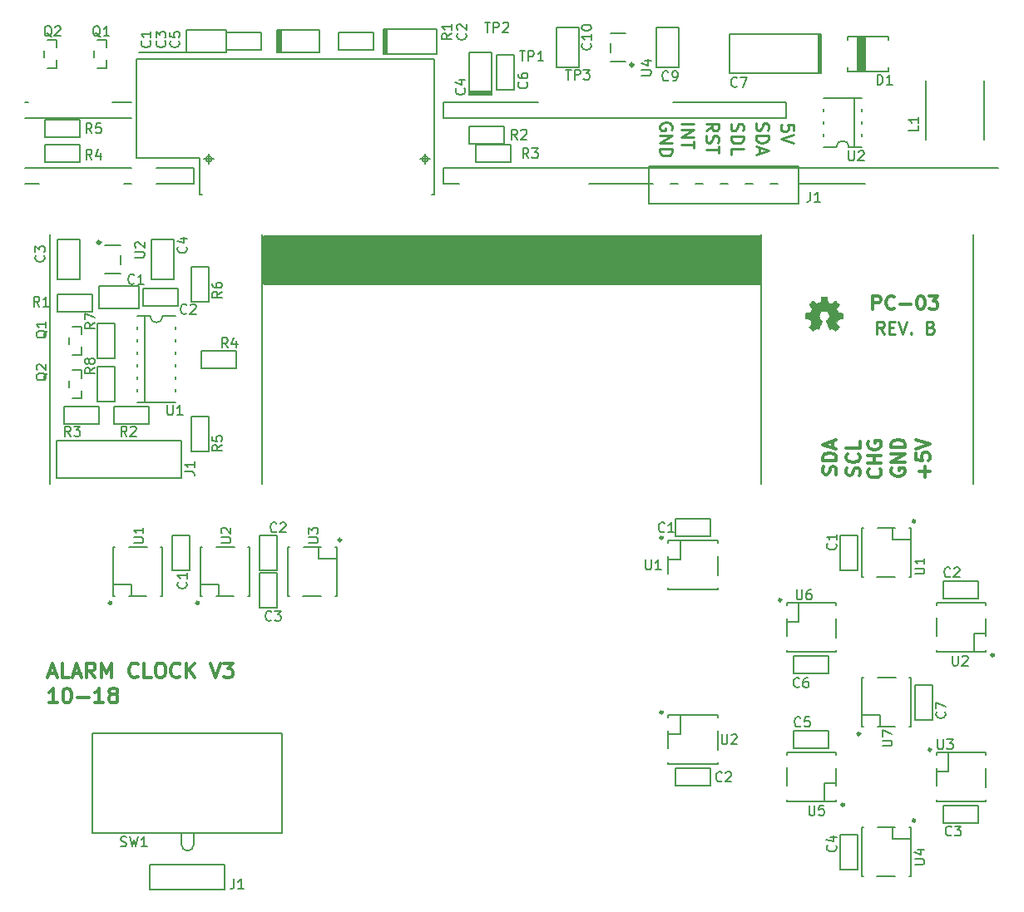
<source format=gto>
G04 #@! TF.GenerationSoftware,KiCad,Pcbnew,5.0.0-fee4fd1~65~ubuntu17.10.1*
G04 #@! TF.CreationDate,2018-10-29T15:09:50-04:00*
G04 #@! TF.ProjectId,panel,70616E656C2E6B696361645F70636200,A*
G04 #@! TF.SameCoordinates,Original*
G04 #@! TF.FileFunction,Legend,Top*
G04 #@! TF.FilePolarity,Positive*
%FSLAX46Y46*%
G04 Gerber Fmt 4.6, Leading zero omitted, Abs format (unit mm)*
G04 Created by KiCad (PCBNEW 5.0.0-fee4fd1~65~ubuntu17.10.1) date Mon Oct 29 15:09:50 2018*
%MOMM*%
%LPD*%
G01*
G04 APERTURE LIST*
%ADD10C,0.300000*%
%ADD11C,0.200000*%
%ADD12C,0.254000*%
%ADD13C,0.304800*%
%ADD14C,0.180000*%
%ADD15C,0.002540*%
%ADD16C,0.150000*%
%ADD17C,0.177800*%
G04 APERTURE END LIST*
D10*
X87475714Y-125975000D02*
X88190000Y-125975000D01*
X87332857Y-126403571D02*
X87832857Y-124903571D01*
X88332857Y-126403571D01*
X89547142Y-126403571D02*
X88832857Y-126403571D01*
X88832857Y-124903571D01*
X89975714Y-125975000D02*
X90690000Y-125975000D01*
X89832857Y-126403571D02*
X90332857Y-124903571D01*
X90832857Y-126403571D01*
X92190000Y-126403571D02*
X91690000Y-125689285D01*
X91332857Y-126403571D02*
X91332857Y-124903571D01*
X91904285Y-124903571D01*
X92047142Y-124975000D01*
X92118571Y-125046428D01*
X92190000Y-125189285D01*
X92190000Y-125403571D01*
X92118571Y-125546428D01*
X92047142Y-125617857D01*
X91904285Y-125689285D01*
X91332857Y-125689285D01*
X92832857Y-126403571D02*
X92832857Y-124903571D01*
X93332857Y-125975000D01*
X93832857Y-124903571D01*
X93832857Y-126403571D01*
X96547142Y-126260714D02*
X96475714Y-126332142D01*
X96261428Y-126403571D01*
X96118571Y-126403571D01*
X95904285Y-126332142D01*
X95761428Y-126189285D01*
X95690000Y-126046428D01*
X95618571Y-125760714D01*
X95618571Y-125546428D01*
X95690000Y-125260714D01*
X95761428Y-125117857D01*
X95904285Y-124975000D01*
X96118571Y-124903571D01*
X96261428Y-124903571D01*
X96475714Y-124975000D01*
X96547142Y-125046428D01*
X97904285Y-126403571D02*
X97190000Y-126403571D01*
X97190000Y-124903571D01*
X98690000Y-124903571D02*
X98975714Y-124903571D01*
X99118571Y-124975000D01*
X99261428Y-125117857D01*
X99332857Y-125403571D01*
X99332857Y-125903571D01*
X99261428Y-126189285D01*
X99118571Y-126332142D01*
X98975714Y-126403571D01*
X98690000Y-126403571D01*
X98547142Y-126332142D01*
X98404285Y-126189285D01*
X98332857Y-125903571D01*
X98332857Y-125403571D01*
X98404285Y-125117857D01*
X98547142Y-124975000D01*
X98690000Y-124903571D01*
X100832857Y-126260714D02*
X100761428Y-126332142D01*
X100547142Y-126403571D01*
X100404285Y-126403571D01*
X100190000Y-126332142D01*
X100047142Y-126189285D01*
X99975714Y-126046428D01*
X99904285Y-125760714D01*
X99904285Y-125546428D01*
X99975714Y-125260714D01*
X100047142Y-125117857D01*
X100190000Y-124975000D01*
X100404285Y-124903571D01*
X100547142Y-124903571D01*
X100761428Y-124975000D01*
X100832857Y-125046428D01*
X101475714Y-126403571D02*
X101475714Y-124903571D01*
X102332857Y-126403571D02*
X101690000Y-125546428D01*
X102332857Y-124903571D02*
X101475714Y-125760714D01*
X103904285Y-124903571D02*
X104404285Y-126403571D01*
X104904285Y-124903571D01*
X105261428Y-124903571D02*
X106190000Y-124903571D01*
X105690000Y-125475000D01*
X105904285Y-125475000D01*
X106047142Y-125546428D01*
X106118571Y-125617857D01*
X106190000Y-125760714D01*
X106190000Y-126117857D01*
X106118571Y-126260714D01*
X106047142Y-126332142D01*
X105904285Y-126403571D01*
X105475714Y-126403571D01*
X105332857Y-126332142D01*
X105261428Y-126260714D01*
X88332857Y-128953571D02*
X87475714Y-128953571D01*
X87904285Y-128953571D02*
X87904285Y-127453571D01*
X87761428Y-127667857D01*
X87618571Y-127810714D01*
X87475714Y-127882142D01*
X89261428Y-127453571D02*
X89404285Y-127453571D01*
X89547142Y-127525000D01*
X89618571Y-127596428D01*
X89690000Y-127739285D01*
X89761428Y-128025000D01*
X89761428Y-128382142D01*
X89690000Y-128667857D01*
X89618571Y-128810714D01*
X89547142Y-128882142D01*
X89404285Y-128953571D01*
X89261428Y-128953571D01*
X89118571Y-128882142D01*
X89047142Y-128810714D01*
X88975714Y-128667857D01*
X88904285Y-128382142D01*
X88904285Y-128025000D01*
X88975714Y-127739285D01*
X89047142Y-127596428D01*
X89118571Y-127525000D01*
X89261428Y-127453571D01*
X90404285Y-128382142D02*
X91547142Y-128382142D01*
X93047142Y-128953571D02*
X92190000Y-128953571D01*
X92618571Y-128953571D02*
X92618571Y-127453571D01*
X92475714Y-127667857D01*
X92332857Y-127810714D01*
X92190000Y-127882142D01*
X93904285Y-128096428D02*
X93761428Y-128025000D01*
X93690000Y-127953571D01*
X93618571Y-127810714D01*
X93618571Y-127739285D01*
X93690000Y-127596428D01*
X93761428Y-127525000D01*
X93904285Y-127453571D01*
X94190000Y-127453571D01*
X94332857Y-127525000D01*
X94404285Y-127596428D01*
X94475714Y-127739285D01*
X94475714Y-127810714D01*
X94404285Y-127953571D01*
X94332857Y-128025000D01*
X94190000Y-128096428D01*
X93904285Y-128096428D01*
X93761428Y-128167857D01*
X93690000Y-128239285D01*
X93618571Y-128382142D01*
X93618571Y-128667857D01*
X93690000Y-128810714D01*
X93761428Y-128882142D01*
X93904285Y-128953571D01*
X94190000Y-128953571D01*
X94332857Y-128882142D01*
X94404285Y-128810714D01*
X94475714Y-128667857D01*
X94475714Y-128382142D01*
X94404285Y-128239285D01*
X94332857Y-128167857D01*
X94190000Y-128096428D01*
D11*
X181610000Y-106680000D02*
X181610000Y-81280000D01*
X87630000Y-106680000D02*
X87630000Y-81280000D01*
X160020000Y-106680000D02*
X160020000Y-81280000D01*
X109220000Y-106680000D02*
X109220000Y-81280000D01*
D12*
X172478095Y-91379523D02*
X172054761Y-90774761D01*
X171752380Y-91379523D02*
X171752380Y-90109523D01*
X172236190Y-90109523D01*
X172357142Y-90170000D01*
X172417619Y-90230476D01*
X172478095Y-90351428D01*
X172478095Y-90532857D01*
X172417619Y-90653809D01*
X172357142Y-90714285D01*
X172236190Y-90774761D01*
X171752380Y-90774761D01*
X173022380Y-90714285D02*
X173445714Y-90714285D01*
X173627142Y-91379523D02*
X173022380Y-91379523D01*
X173022380Y-90109523D01*
X173627142Y-90109523D01*
X173990000Y-90109523D02*
X174413333Y-91379523D01*
X174836666Y-90109523D01*
X175260000Y-91258571D02*
X175320476Y-91319047D01*
X175260000Y-91379523D01*
X175199523Y-91319047D01*
X175260000Y-91258571D01*
X175260000Y-91379523D01*
X177255714Y-90714285D02*
X177437142Y-90774761D01*
X177497619Y-90835238D01*
X177558095Y-90956190D01*
X177558095Y-91137619D01*
X177497619Y-91258571D01*
X177437142Y-91319047D01*
X177316190Y-91379523D01*
X176832380Y-91379523D01*
X176832380Y-90109523D01*
X177255714Y-90109523D01*
X177376666Y-90170000D01*
X177437142Y-90230476D01*
X177497619Y-90351428D01*
X177497619Y-90472380D01*
X177437142Y-90593333D01*
X177376666Y-90653809D01*
X177255714Y-90714285D01*
X176832380Y-90714285D01*
D13*
X171365333Y-88896976D02*
X171365333Y-87499976D01*
X171897523Y-87499976D01*
X172030571Y-87566500D01*
X172097095Y-87633023D01*
X172163619Y-87766071D01*
X172163619Y-87965642D01*
X172097095Y-88098690D01*
X172030571Y-88165214D01*
X171897523Y-88231738D01*
X171365333Y-88231738D01*
X173560619Y-88763928D02*
X173494095Y-88830452D01*
X173294523Y-88896976D01*
X173161476Y-88896976D01*
X172961904Y-88830452D01*
X172828857Y-88697404D01*
X172762333Y-88564357D01*
X172695809Y-88298261D01*
X172695809Y-88098690D01*
X172762333Y-87832595D01*
X172828857Y-87699547D01*
X172961904Y-87566500D01*
X173161476Y-87499976D01*
X173294523Y-87499976D01*
X173494095Y-87566500D01*
X173560619Y-87633023D01*
X174159333Y-88364785D02*
X175223714Y-88364785D01*
X176155047Y-87499976D02*
X176288095Y-87499976D01*
X176421142Y-87566500D01*
X176487666Y-87633023D01*
X176554190Y-87766071D01*
X176620714Y-88032166D01*
X176620714Y-88364785D01*
X176554190Y-88630880D01*
X176487666Y-88763928D01*
X176421142Y-88830452D01*
X176288095Y-88896976D01*
X176155047Y-88896976D01*
X176022000Y-88830452D01*
X175955476Y-88763928D01*
X175888952Y-88630880D01*
X175822428Y-88364785D01*
X175822428Y-88032166D01*
X175888952Y-87766071D01*
X175955476Y-87633023D01*
X176022000Y-87566500D01*
X176155047Y-87499976D01*
X177086380Y-87499976D02*
X177951190Y-87499976D01*
X177485523Y-88032166D01*
X177685095Y-88032166D01*
X177818142Y-88098690D01*
X177884666Y-88165214D01*
X177951190Y-88298261D01*
X177951190Y-88630880D01*
X177884666Y-88763928D01*
X177818142Y-88830452D01*
X177685095Y-88896976D01*
X177285952Y-88896976D01*
X177152904Y-88830452D01*
X177086380Y-88763928D01*
D10*
X167570452Y-105709357D02*
X167636976Y-105509785D01*
X167636976Y-105177166D01*
X167570452Y-105044119D01*
X167503928Y-104977595D01*
X167370880Y-104911071D01*
X167237833Y-104911071D01*
X167104785Y-104977595D01*
X167038261Y-105044119D01*
X166971738Y-105177166D01*
X166905214Y-105443261D01*
X166838690Y-105576309D01*
X166772166Y-105642833D01*
X166639119Y-105709357D01*
X166506071Y-105709357D01*
X166373023Y-105642833D01*
X166306500Y-105576309D01*
X166239976Y-105443261D01*
X166239976Y-105110642D01*
X166306500Y-104911071D01*
X167636976Y-104312357D02*
X166239976Y-104312357D01*
X166239976Y-103979738D01*
X166306500Y-103780166D01*
X166439547Y-103647119D01*
X166572595Y-103580595D01*
X166838690Y-103514071D01*
X167038261Y-103514071D01*
X167304357Y-103580595D01*
X167437404Y-103647119D01*
X167570452Y-103780166D01*
X167636976Y-103979738D01*
X167636976Y-104312357D01*
X167237833Y-102981880D02*
X167237833Y-102316642D01*
X167636976Y-103114928D02*
X166239976Y-102649261D01*
X167636976Y-102183595D01*
X169983452Y-105803095D02*
X170049976Y-105603523D01*
X170049976Y-105270904D01*
X169983452Y-105137857D01*
X169916928Y-105071333D01*
X169783880Y-105004809D01*
X169650833Y-105004809D01*
X169517785Y-105071333D01*
X169451261Y-105137857D01*
X169384738Y-105270904D01*
X169318214Y-105537000D01*
X169251690Y-105670047D01*
X169185166Y-105736571D01*
X169052119Y-105803095D01*
X168919071Y-105803095D01*
X168786023Y-105736571D01*
X168719500Y-105670047D01*
X168652976Y-105537000D01*
X168652976Y-105204380D01*
X168719500Y-105004809D01*
X169916928Y-103607809D02*
X169983452Y-103674333D01*
X170049976Y-103873904D01*
X170049976Y-104006952D01*
X169983452Y-104206523D01*
X169850404Y-104339571D01*
X169717357Y-104406095D01*
X169451261Y-104472619D01*
X169251690Y-104472619D01*
X168985595Y-104406095D01*
X168852547Y-104339571D01*
X168719500Y-104206523D01*
X168652976Y-104006952D01*
X168652976Y-103873904D01*
X168719500Y-103674333D01*
X168786023Y-103607809D01*
X170049976Y-102343857D02*
X170049976Y-103009095D01*
X168652976Y-103009095D01*
X172075928Y-105137857D02*
X172142452Y-105204380D01*
X172208976Y-105403952D01*
X172208976Y-105537000D01*
X172142452Y-105736571D01*
X172009404Y-105869619D01*
X171876357Y-105936142D01*
X171610261Y-106002666D01*
X171410690Y-106002666D01*
X171144595Y-105936142D01*
X171011547Y-105869619D01*
X170878500Y-105736571D01*
X170811976Y-105537000D01*
X170811976Y-105403952D01*
X170878500Y-105204380D01*
X170945023Y-105137857D01*
X172208976Y-104539142D02*
X170811976Y-104539142D01*
X171477214Y-104539142D02*
X171477214Y-103740857D01*
X172208976Y-103740857D02*
X170811976Y-103740857D01*
X170878500Y-102343857D02*
X170811976Y-102476904D01*
X170811976Y-102676476D01*
X170878500Y-102876047D01*
X171011547Y-103009095D01*
X171144595Y-103075619D01*
X171410690Y-103142142D01*
X171610261Y-103142142D01*
X171876357Y-103075619D01*
X172009404Y-103009095D01*
X172142452Y-102876047D01*
X172208976Y-102676476D01*
X172208976Y-102543428D01*
X172142452Y-102343857D01*
X172075928Y-102277333D01*
X171610261Y-102277333D01*
X171610261Y-102543428D01*
X173291500Y-105077380D02*
X173224976Y-105210428D01*
X173224976Y-105410000D01*
X173291500Y-105609571D01*
X173424547Y-105742619D01*
X173557595Y-105809142D01*
X173823690Y-105875666D01*
X174023261Y-105875666D01*
X174289357Y-105809142D01*
X174422404Y-105742619D01*
X174555452Y-105609571D01*
X174621976Y-105410000D01*
X174621976Y-105276952D01*
X174555452Y-105077380D01*
X174488928Y-105010857D01*
X174023261Y-105010857D01*
X174023261Y-105276952D01*
X174621976Y-104412142D02*
X173224976Y-104412142D01*
X174621976Y-103613857D01*
X173224976Y-103613857D01*
X174621976Y-102948619D02*
X173224976Y-102948619D01*
X173224976Y-102616000D01*
X173291500Y-102416428D01*
X173424547Y-102283380D01*
X173557595Y-102216857D01*
X173823690Y-102150333D01*
X174023261Y-102150333D01*
X174289357Y-102216857D01*
X174422404Y-102283380D01*
X174555452Y-102416428D01*
X174621976Y-102616000D01*
X174621976Y-102948619D01*
X176629785Y-105936142D02*
X176629785Y-104871761D01*
X177161976Y-105403952D02*
X176097595Y-105403952D01*
X175764976Y-103541285D02*
X175764976Y-104206523D01*
X176430214Y-104273047D01*
X176363690Y-104206523D01*
X176297166Y-104073476D01*
X176297166Y-103740857D01*
X176363690Y-103607809D01*
X176430214Y-103541285D01*
X176563261Y-103474761D01*
X176895880Y-103474761D01*
X177028928Y-103541285D01*
X177095452Y-103607809D01*
X177161976Y-103740857D01*
X177161976Y-104073476D01*
X177095452Y-104206523D01*
X177028928Y-104273047D01*
X175764976Y-103075619D02*
X177161976Y-102609952D01*
X175764976Y-102144285D01*
D11*
X95885000Y-67767200D02*
X93979323Y-67767200D01*
X101473000Y-62738000D02*
X96647000Y-62738000D01*
X85420200Y-67767200D02*
X85090000Y-67767200D01*
X85090000Y-69367400D02*
X95885045Y-69367400D01*
X86512400Y-76047600D02*
X85089875Y-76047600D01*
X85090000Y-74472800D02*
X95885029Y-74472800D01*
X95861010Y-76047600D02*
X95123000Y-76047600D01*
X102235000Y-76047600D02*
X98448270Y-76047600D01*
X162560000Y-69367400D02*
X162560000Y-67767200D01*
D12*
X150876000Y-70592042D02*
X150936476Y-70471090D01*
X150936476Y-70289661D01*
X150876000Y-70108233D01*
X150755047Y-69987280D01*
X150634095Y-69926804D01*
X150392190Y-69866328D01*
X150210761Y-69866328D01*
X149968857Y-69926804D01*
X149847904Y-69987280D01*
X149726952Y-70108233D01*
X149666476Y-70289661D01*
X149666476Y-70410614D01*
X149726952Y-70592042D01*
X149787428Y-70652519D01*
X150210761Y-70652519D01*
X150210761Y-70410614D01*
X149666476Y-71196804D02*
X150936476Y-71196804D01*
X149666476Y-71922519D01*
X150936476Y-71922519D01*
X149666476Y-72527280D02*
X150936476Y-72527280D01*
X150936476Y-72829661D01*
X150876000Y-73011090D01*
X150755047Y-73132042D01*
X150634095Y-73192519D01*
X150392190Y-73252995D01*
X150210761Y-73252995D01*
X149968857Y-73192519D01*
X149847904Y-73132042D01*
X149726952Y-73011090D01*
X149666476Y-72829661D01*
X149666476Y-72527280D01*
X151825476Y-70005423D02*
X153095476Y-70005423D01*
X151825476Y-70610185D02*
X153095476Y-70610185D01*
X151825476Y-71335900D01*
X153095476Y-71335900D01*
X153095476Y-71759233D02*
X153095476Y-72484947D01*
X151825476Y-72122090D02*
X153095476Y-72122090D01*
X154365476Y-70694852D02*
X154970238Y-70271519D01*
X154365476Y-69969138D02*
X155635476Y-69969138D01*
X155635476Y-70452947D01*
X155575000Y-70573900D01*
X155514523Y-70634376D01*
X155393571Y-70694852D01*
X155212142Y-70694852D01*
X155091190Y-70634376D01*
X155030714Y-70573900D01*
X154970238Y-70452947D01*
X154970238Y-69969138D01*
X154425952Y-71178661D02*
X154365476Y-71360090D01*
X154365476Y-71662471D01*
X154425952Y-71783423D01*
X154486428Y-71843900D01*
X154607380Y-71904376D01*
X154728333Y-71904376D01*
X154849285Y-71843900D01*
X154909761Y-71783423D01*
X154970238Y-71662471D01*
X155030714Y-71420566D01*
X155091190Y-71299614D01*
X155151666Y-71239138D01*
X155272619Y-71178661D01*
X155393571Y-71178661D01*
X155514523Y-71239138D01*
X155575000Y-71299614D01*
X155635476Y-71420566D01*
X155635476Y-71722947D01*
X155575000Y-71904376D01*
X155635476Y-72267233D02*
X155635476Y-72992947D01*
X154365476Y-72630090D02*
X155635476Y-72630090D01*
X156965952Y-69975185D02*
X156905476Y-70156614D01*
X156905476Y-70458995D01*
X156965952Y-70579947D01*
X157026428Y-70640423D01*
X157147380Y-70700900D01*
X157268333Y-70700900D01*
X157389285Y-70640423D01*
X157449761Y-70579947D01*
X157510238Y-70458995D01*
X157570714Y-70217090D01*
X157631190Y-70096138D01*
X157691666Y-70035661D01*
X157812619Y-69975185D01*
X157933571Y-69975185D01*
X158054523Y-70035661D01*
X158115000Y-70096138D01*
X158175476Y-70217090D01*
X158175476Y-70519471D01*
X158115000Y-70700900D01*
X156905476Y-71245185D02*
X158175476Y-71245185D01*
X158175476Y-71547566D01*
X158115000Y-71728995D01*
X157994047Y-71849947D01*
X157873095Y-71910423D01*
X157631190Y-71970900D01*
X157449761Y-71970900D01*
X157207857Y-71910423D01*
X157086904Y-71849947D01*
X156965952Y-71728995D01*
X156905476Y-71547566D01*
X156905476Y-71245185D01*
X156905476Y-73119947D02*
X156905476Y-72515185D01*
X158175476Y-72515185D01*
X159505952Y-69914709D02*
X159445476Y-70096138D01*
X159445476Y-70398519D01*
X159505952Y-70519471D01*
X159566428Y-70579947D01*
X159687380Y-70640423D01*
X159808333Y-70640423D01*
X159929285Y-70579947D01*
X159989761Y-70519471D01*
X160050238Y-70398519D01*
X160110714Y-70156614D01*
X160171190Y-70035661D01*
X160231666Y-69975185D01*
X160352619Y-69914709D01*
X160473571Y-69914709D01*
X160594523Y-69975185D01*
X160655000Y-70035661D01*
X160715476Y-70156614D01*
X160715476Y-70458995D01*
X160655000Y-70640423D01*
X159445476Y-71184709D02*
X160715476Y-71184709D01*
X160715476Y-71487090D01*
X160655000Y-71668519D01*
X160534047Y-71789471D01*
X160413095Y-71849947D01*
X160171190Y-71910423D01*
X159989761Y-71910423D01*
X159747857Y-71849947D01*
X159626904Y-71789471D01*
X159505952Y-71668519D01*
X159445476Y-71487090D01*
X159445476Y-71184709D01*
X159808333Y-72394233D02*
X159808333Y-72998995D01*
X159445476Y-72273280D02*
X160715476Y-72696614D01*
X159445476Y-73119947D01*
X163255476Y-70706947D02*
X163255476Y-70102185D01*
X162650714Y-70041709D01*
X162711190Y-70102185D01*
X162771666Y-70223138D01*
X162771666Y-70525519D01*
X162711190Y-70646471D01*
X162650714Y-70706947D01*
X162529761Y-70767423D01*
X162227380Y-70767423D01*
X162106428Y-70706947D01*
X162045952Y-70646471D01*
X161985476Y-70525519D01*
X161985476Y-70223138D01*
X162045952Y-70102185D01*
X162106428Y-70041709D01*
X163255476Y-71130280D02*
X161985476Y-71553614D01*
X163255476Y-71976947D01*
D11*
X151511000Y-76047600D02*
X150749000Y-76047600D01*
X154051000Y-76047600D02*
X153289000Y-76047600D01*
X156591000Y-76047600D02*
X155829000Y-76047600D01*
X159131000Y-76047600D02*
X158369000Y-76047600D01*
X161671000Y-76047600D02*
X160909000Y-76047600D01*
X127635000Y-67767200D02*
X127635000Y-69367400D01*
X137287000Y-67767200D02*
X127635000Y-67767200D01*
X162560027Y-67767200D02*
X151003000Y-67767200D01*
X127635000Y-69367400D02*
X162560000Y-69367400D01*
X102235000Y-74471981D02*
X102235000Y-76047600D01*
X127635000Y-76047600D02*
X127635000Y-74472800D01*
X129286000Y-76047600D02*
X127635000Y-76047600D01*
X148971000Y-76047600D02*
X142468600Y-76047600D01*
X170586400Y-76047600D02*
X163855400Y-76047600D01*
X184150000Y-74472800D02*
X127635000Y-74472800D01*
X98425000Y-74472800D02*
X102235084Y-74472800D01*
D10*
G04 #@! TO.C,U2*
X92730000Y-82070000D02*
G75*
G03X92730000Y-82070000I-150000J0D01*
G01*
D14*
X94780000Y-83370000D02*
X94780000Y-84270000D01*
X94780000Y-85270000D02*
X93180000Y-85270000D01*
X94780000Y-82370000D02*
X93180000Y-82370000D01*
G04 #@! TO.C,R7*
X92456000Y-93853000D02*
X92456000Y-90297000D01*
X92456000Y-90297000D02*
X94234000Y-90297000D01*
X94234000Y-90297000D02*
X94234000Y-93853000D01*
X94234000Y-93853000D02*
X92456000Y-93853000D01*
G04 #@! TO.C,C1*
X96647000Y-86487000D02*
X92583000Y-86487000D01*
X92583000Y-86487000D02*
X92583000Y-88773000D01*
X92583000Y-88773000D02*
X96647000Y-88773000D01*
X96647000Y-88773000D02*
X96647000Y-86487000D01*
G04 #@! TO.C,C2*
X97067000Y-86741000D02*
X100623000Y-86741000D01*
X100623000Y-86741000D02*
X100623000Y-88519000D01*
X100623000Y-88519000D02*
X97067000Y-88519000D01*
X97067000Y-88519000D02*
X97067000Y-86741000D01*
G04 #@! TO.C,C3*
X90678000Y-85852000D02*
X90678000Y-81788000D01*
X90678000Y-81788000D02*
X88392000Y-81788000D01*
X88392000Y-81788000D02*
X88392000Y-85852000D01*
X88392000Y-85852000D02*
X90678000Y-85852000D01*
G04 #@! TO.C,C4*
X100203000Y-85852000D02*
X100203000Y-81788000D01*
X100203000Y-81788000D02*
X97917000Y-81788000D01*
X97917000Y-81788000D02*
X97917000Y-85852000D01*
X97917000Y-85852000D02*
X100203000Y-85852000D01*
G04 #@! TO.C,J1*
X100965000Y-106045000D02*
X88265000Y-106045000D01*
X88265000Y-102235000D02*
X100965000Y-102235000D01*
X100965000Y-102235000D02*
X100965000Y-106045000D01*
X88265000Y-106045000D02*
X88265000Y-102235000D01*
G04 #@! TO.C,R1*
X88392000Y-87376000D02*
X91948000Y-87376000D01*
X91948000Y-87376000D02*
X91948000Y-89154000D01*
X91948000Y-89154000D02*
X88392000Y-89154000D01*
X88392000Y-89154000D02*
X88392000Y-87376000D01*
G04 #@! TO.C,R2*
X94107000Y-98806000D02*
X97663000Y-98806000D01*
X97663000Y-98806000D02*
X97663000Y-100584000D01*
X97663000Y-100584000D02*
X94107000Y-100584000D01*
X94107000Y-100584000D02*
X94107000Y-98806000D01*
G04 #@! TO.C,R3*
X89027000Y-98806000D02*
X92583000Y-98806000D01*
X92583000Y-98806000D02*
X92583000Y-100584000D01*
X92583000Y-100584000D02*
X89027000Y-100584000D01*
X89027000Y-100584000D02*
X89027000Y-98806000D01*
G04 #@! TO.C,R4*
X102997000Y-93091000D02*
X106553000Y-93091000D01*
X106553000Y-93091000D02*
X106553000Y-94869000D01*
X106553000Y-94869000D02*
X102997000Y-94869000D01*
X102997000Y-94869000D02*
X102997000Y-93091000D01*
G04 #@! TO.C,R5*
X103759000Y-99822000D02*
X103759000Y-103378000D01*
X103759000Y-103378000D02*
X101981000Y-103378000D01*
X101981000Y-103378000D02*
X101981000Y-99822000D01*
X101981000Y-99822000D02*
X103759000Y-99822000D01*
G04 #@! TO.C,R6*
X101981000Y-88138000D02*
X101981000Y-84582000D01*
X101981000Y-84582000D02*
X103759000Y-84582000D01*
X103759000Y-84582000D02*
X103759000Y-88138000D01*
X103759000Y-88138000D02*
X101981000Y-88138000D01*
G04 #@! TO.C,R8*
X92456000Y-98298000D02*
X92456000Y-94742000D01*
X92456000Y-94742000D02*
X94234000Y-94742000D01*
X94234000Y-94742000D02*
X94234000Y-98298000D01*
X94234000Y-98298000D02*
X92456000Y-98298000D01*
G04 #@! TO.C,U1*
X100375000Y-98380000D02*
X96475000Y-98380000D01*
X96475000Y-89580000D02*
X97790000Y-89580000D01*
X99060000Y-89580000D02*
X100375000Y-89580000D01*
X97225000Y-98380000D02*
X97225000Y-89580000D01*
X100375000Y-90678000D02*
X100375000Y-90932000D01*
X100375000Y-91948000D02*
X100375000Y-92202000D01*
X100375000Y-93218000D02*
X100375000Y-93472000D01*
X96475000Y-90678000D02*
X96475000Y-90932000D01*
X96475000Y-91948000D02*
X96475000Y-92202000D01*
X96475000Y-93218000D02*
X96475000Y-93472000D01*
X97790000Y-89580000D02*
G75*
G03X99060000Y-89580000I635000J0D01*
G01*
X100375000Y-93218000D02*
X100375000Y-93472000D01*
X100375000Y-94488000D02*
X100375000Y-94742000D01*
X100375000Y-95758000D02*
X100375000Y-96012000D01*
X100375000Y-97028000D02*
X100375000Y-97282000D01*
X96475000Y-94488000D02*
X96475000Y-94742000D01*
X96475000Y-95758000D02*
X96475000Y-96012000D01*
X96475000Y-97028000D02*
X96475000Y-97282000D01*
G04 #@! TO.C,Q1*
X90820000Y-90625000D02*
X90820000Y-91425000D01*
X90820000Y-93525000D02*
X90820000Y-92725000D01*
X90820000Y-90625000D02*
X89870000Y-90625000D01*
X90820000Y-93525000D02*
X89870000Y-93525000D01*
X89520000Y-91725000D02*
X89520000Y-92425000D01*
G04 #@! TO.C,Q2*
X90820000Y-95070000D02*
X90820000Y-95870000D01*
X90820000Y-97970000D02*
X90820000Y-97170000D01*
X90820000Y-95070000D02*
X89870000Y-95070000D01*
X90820000Y-97970000D02*
X89870000Y-97970000D01*
X89520000Y-96170000D02*
X89520000Y-96870000D01*
D15*
G04 #@! TO.C,REF\002A\002A*
G36*
X165216840Y-91053920D02*
X165237160Y-91043760D01*
X165280340Y-91015820D01*
X165343840Y-90972640D01*
X165420040Y-90924380D01*
X165493700Y-90871040D01*
X165557200Y-90830400D01*
X165600380Y-90802460D01*
X165618160Y-90792300D01*
X165628320Y-90797380D01*
X165663880Y-90812620D01*
X165717220Y-90840560D01*
X165745160Y-90855800D01*
X165793420Y-90876120D01*
X165818820Y-90881200D01*
X165821360Y-90873580D01*
X165839140Y-90838020D01*
X165867080Y-90774520D01*
X165902640Y-90693240D01*
X165943280Y-90596720D01*
X165989000Y-90492580D01*
X166032180Y-90385900D01*
X166075360Y-90284300D01*
X166110920Y-90192860D01*
X166141400Y-90119200D01*
X166161720Y-90068400D01*
X166169340Y-90045540D01*
X166166800Y-90040460D01*
X166141400Y-90017600D01*
X166100760Y-89987120D01*
X166011860Y-89913460D01*
X165920420Y-89801700D01*
X165867080Y-89674700D01*
X165849300Y-89535000D01*
X165864540Y-89408000D01*
X165915340Y-89281000D01*
X166001700Y-89169240D01*
X166108380Y-89085420D01*
X166232840Y-89034620D01*
X166370000Y-89016840D01*
X166502080Y-89032080D01*
X166629080Y-89082880D01*
X166740840Y-89166700D01*
X166789100Y-89222580D01*
X166855140Y-89336880D01*
X166890700Y-89458800D01*
X166895780Y-89489280D01*
X166890700Y-89621360D01*
X166850060Y-89748360D01*
X166778940Y-89862660D01*
X166682420Y-89956640D01*
X166669720Y-89966800D01*
X166624000Y-89999820D01*
X166593520Y-90025220D01*
X166570660Y-90043000D01*
X166740840Y-90454480D01*
X166768780Y-90517980D01*
X166814500Y-90629740D01*
X166855140Y-90726260D01*
X166888160Y-90805000D01*
X166911020Y-90855800D01*
X166921180Y-90876120D01*
X166921180Y-90878660D01*
X166936420Y-90881200D01*
X166969440Y-90868500D01*
X167025320Y-90840560D01*
X167063420Y-90822780D01*
X167106600Y-90799920D01*
X167126920Y-90792300D01*
X167142160Y-90802460D01*
X167185340Y-90827860D01*
X167246300Y-90868500D01*
X167319960Y-90919300D01*
X167388540Y-90967560D01*
X167454580Y-91010740D01*
X167500300Y-91038680D01*
X167523160Y-91051380D01*
X167525700Y-91051380D01*
X167546020Y-91041220D01*
X167584120Y-91010740D01*
X167640000Y-90957400D01*
X167718740Y-90878660D01*
X167731440Y-90865960D01*
X167794940Y-90799920D01*
X167848280Y-90744040D01*
X167883840Y-90705940D01*
X167896540Y-90688160D01*
X167883840Y-90665300D01*
X167855900Y-90619580D01*
X167812720Y-90553540D01*
X167761920Y-90477340D01*
X167624760Y-90279220D01*
X167698420Y-90093800D01*
X167721280Y-90037920D01*
X167751760Y-89966800D01*
X167772080Y-89918540D01*
X167784780Y-89895680D01*
X167805100Y-89890600D01*
X167855900Y-89877900D01*
X167929560Y-89862660D01*
X168018460Y-89844880D01*
X168102280Y-89829640D01*
X168178480Y-89816940D01*
X168231820Y-89804240D01*
X168257220Y-89799160D01*
X168262300Y-89796620D01*
X168267380Y-89783920D01*
X168269920Y-89758520D01*
X168272460Y-89712800D01*
X168272460Y-89641680D01*
X168272460Y-89535000D01*
X168272460Y-89527380D01*
X168272460Y-89425780D01*
X168269920Y-89347040D01*
X168267380Y-89293700D01*
X168264840Y-89273380D01*
X168241980Y-89265760D01*
X168186100Y-89255600D01*
X168112440Y-89240360D01*
X168021000Y-89222580D01*
X168015920Y-89222580D01*
X167924480Y-89204800D01*
X167850820Y-89189560D01*
X167797480Y-89176860D01*
X167774620Y-89169240D01*
X167769540Y-89164160D01*
X167751760Y-89128600D01*
X167726360Y-89072720D01*
X167695880Y-89004140D01*
X167667940Y-88933020D01*
X167640000Y-88869520D01*
X167624760Y-88823800D01*
X167619680Y-88800940D01*
X167632380Y-88778080D01*
X167662860Y-88732360D01*
X167708580Y-88666320D01*
X167759380Y-88590120D01*
X167764460Y-88585040D01*
X167815260Y-88508840D01*
X167858440Y-88445340D01*
X167886380Y-88399620D01*
X167896540Y-88376760D01*
X167878760Y-88353900D01*
X167840660Y-88310720D01*
X167784780Y-88252300D01*
X167718740Y-88186260D01*
X167695880Y-88163400D01*
X167622220Y-88092280D01*
X167571420Y-88044020D01*
X167538400Y-88018620D01*
X167523160Y-88013540D01*
X167500300Y-88028780D01*
X167452040Y-88059260D01*
X167386000Y-88104980D01*
X167309800Y-88155780D01*
X167304720Y-88160860D01*
X167228520Y-88211660D01*
X167165020Y-88254840D01*
X167119300Y-88285320D01*
X167098980Y-88295480D01*
X167096440Y-88295480D01*
X167065960Y-88287860D01*
X167012620Y-88267540D01*
X166944040Y-88242140D01*
X166875460Y-88214200D01*
X166809420Y-88186260D01*
X166761160Y-88165940D01*
X166740840Y-88153240D01*
X166738300Y-88150700D01*
X166730680Y-88122760D01*
X166717980Y-88066880D01*
X166702740Y-87988140D01*
X166684960Y-87894160D01*
X166682420Y-87881460D01*
X166664640Y-87790020D01*
X166649400Y-87713820D01*
X166639240Y-87663020D01*
X166634160Y-87642700D01*
X166621460Y-87637620D01*
X166575740Y-87635080D01*
X166509700Y-87632540D01*
X166425880Y-87632540D01*
X166342060Y-87632540D01*
X166258240Y-87635080D01*
X166187120Y-87637620D01*
X166133780Y-87640160D01*
X166113460Y-87645240D01*
X166103300Y-87675720D01*
X166093140Y-87731600D01*
X166075360Y-87810340D01*
X166057580Y-87904320D01*
X166055040Y-87919560D01*
X166037260Y-88011000D01*
X166022020Y-88084660D01*
X166011860Y-88135460D01*
X166006780Y-88155780D01*
X165996620Y-88160860D01*
X165961060Y-88176100D01*
X165900100Y-88201500D01*
X165823900Y-88231980D01*
X165648640Y-88303100D01*
X165435280Y-88155780D01*
X165417500Y-88143080D01*
X165338760Y-88092280D01*
X165275260Y-88049100D01*
X165232080Y-88021160D01*
X165214300Y-88011000D01*
X165211760Y-88011000D01*
X165191440Y-88028780D01*
X165148260Y-88069420D01*
X165092380Y-88125300D01*
X165023800Y-88193880D01*
X164973000Y-88242140D01*
X164914580Y-88303100D01*
X164879020Y-88343740D01*
X164858700Y-88369140D01*
X164851080Y-88384380D01*
X164851080Y-88394540D01*
X164866320Y-88417400D01*
X164896800Y-88463120D01*
X164942520Y-88529160D01*
X164993320Y-88605360D01*
X165036500Y-88666320D01*
X165082220Y-88739980D01*
X165112700Y-88790780D01*
X165122860Y-88816180D01*
X165120320Y-88826340D01*
X165105080Y-88866980D01*
X165079680Y-88930480D01*
X165049200Y-89006680D01*
X164973000Y-89176860D01*
X164863780Y-89197180D01*
X164795200Y-89209880D01*
X164701220Y-89227660D01*
X164612320Y-89245440D01*
X164470080Y-89273380D01*
X164465000Y-89786460D01*
X164487860Y-89796620D01*
X164508180Y-89801700D01*
X164561520Y-89814400D01*
X164635180Y-89829640D01*
X164721540Y-89844880D01*
X164797740Y-89860120D01*
X164871400Y-89872820D01*
X164927280Y-89882980D01*
X164950140Y-89888060D01*
X164957760Y-89895680D01*
X164975540Y-89933780D01*
X165000940Y-89992200D01*
X165031420Y-90060780D01*
X165061900Y-90134440D01*
X165089840Y-90200480D01*
X165107620Y-90251280D01*
X165115240Y-90276680D01*
X165102540Y-90297000D01*
X165074600Y-90340180D01*
X165033960Y-90403680D01*
X164983160Y-90479880D01*
X164932360Y-90553540D01*
X164889180Y-90617040D01*
X164858700Y-90662760D01*
X164846000Y-90685620D01*
X164851080Y-90698320D01*
X164881560Y-90733880D01*
X164937440Y-90794840D01*
X165021260Y-90876120D01*
X165036500Y-90888820D01*
X165102540Y-90954860D01*
X165158420Y-91005660D01*
X165199060Y-91041220D01*
X165216840Y-91053920D01*
X165216840Y-91053920D01*
G37*
X165216840Y-91053920D02*
X165237160Y-91043760D01*
X165280340Y-91015820D01*
X165343840Y-90972640D01*
X165420040Y-90924380D01*
X165493700Y-90871040D01*
X165557200Y-90830400D01*
X165600380Y-90802460D01*
X165618160Y-90792300D01*
X165628320Y-90797380D01*
X165663880Y-90812620D01*
X165717220Y-90840560D01*
X165745160Y-90855800D01*
X165793420Y-90876120D01*
X165818820Y-90881200D01*
X165821360Y-90873580D01*
X165839140Y-90838020D01*
X165867080Y-90774520D01*
X165902640Y-90693240D01*
X165943280Y-90596720D01*
X165989000Y-90492580D01*
X166032180Y-90385900D01*
X166075360Y-90284300D01*
X166110920Y-90192860D01*
X166141400Y-90119200D01*
X166161720Y-90068400D01*
X166169340Y-90045540D01*
X166166800Y-90040460D01*
X166141400Y-90017600D01*
X166100760Y-89987120D01*
X166011860Y-89913460D01*
X165920420Y-89801700D01*
X165867080Y-89674700D01*
X165849300Y-89535000D01*
X165864540Y-89408000D01*
X165915340Y-89281000D01*
X166001700Y-89169240D01*
X166108380Y-89085420D01*
X166232840Y-89034620D01*
X166370000Y-89016840D01*
X166502080Y-89032080D01*
X166629080Y-89082880D01*
X166740840Y-89166700D01*
X166789100Y-89222580D01*
X166855140Y-89336880D01*
X166890700Y-89458800D01*
X166895780Y-89489280D01*
X166890700Y-89621360D01*
X166850060Y-89748360D01*
X166778940Y-89862660D01*
X166682420Y-89956640D01*
X166669720Y-89966800D01*
X166624000Y-89999820D01*
X166593520Y-90025220D01*
X166570660Y-90043000D01*
X166740840Y-90454480D01*
X166768780Y-90517980D01*
X166814500Y-90629740D01*
X166855140Y-90726260D01*
X166888160Y-90805000D01*
X166911020Y-90855800D01*
X166921180Y-90876120D01*
X166921180Y-90878660D01*
X166936420Y-90881200D01*
X166969440Y-90868500D01*
X167025320Y-90840560D01*
X167063420Y-90822780D01*
X167106600Y-90799920D01*
X167126920Y-90792300D01*
X167142160Y-90802460D01*
X167185340Y-90827860D01*
X167246300Y-90868500D01*
X167319960Y-90919300D01*
X167388540Y-90967560D01*
X167454580Y-91010740D01*
X167500300Y-91038680D01*
X167523160Y-91051380D01*
X167525700Y-91051380D01*
X167546020Y-91041220D01*
X167584120Y-91010740D01*
X167640000Y-90957400D01*
X167718740Y-90878660D01*
X167731440Y-90865960D01*
X167794940Y-90799920D01*
X167848280Y-90744040D01*
X167883840Y-90705940D01*
X167896540Y-90688160D01*
X167883840Y-90665300D01*
X167855900Y-90619580D01*
X167812720Y-90553540D01*
X167761920Y-90477340D01*
X167624760Y-90279220D01*
X167698420Y-90093800D01*
X167721280Y-90037920D01*
X167751760Y-89966800D01*
X167772080Y-89918540D01*
X167784780Y-89895680D01*
X167805100Y-89890600D01*
X167855900Y-89877900D01*
X167929560Y-89862660D01*
X168018460Y-89844880D01*
X168102280Y-89829640D01*
X168178480Y-89816940D01*
X168231820Y-89804240D01*
X168257220Y-89799160D01*
X168262300Y-89796620D01*
X168267380Y-89783920D01*
X168269920Y-89758520D01*
X168272460Y-89712800D01*
X168272460Y-89641680D01*
X168272460Y-89535000D01*
X168272460Y-89527380D01*
X168272460Y-89425780D01*
X168269920Y-89347040D01*
X168267380Y-89293700D01*
X168264840Y-89273380D01*
X168241980Y-89265760D01*
X168186100Y-89255600D01*
X168112440Y-89240360D01*
X168021000Y-89222580D01*
X168015920Y-89222580D01*
X167924480Y-89204800D01*
X167850820Y-89189560D01*
X167797480Y-89176860D01*
X167774620Y-89169240D01*
X167769540Y-89164160D01*
X167751760Y-89128600D01*
X167726360Y-89072720D01*
X167695880Y-89004140D01*
X167667940Y-88933020D01*
X167640000Y-88869520D01*
X167624760Y-88823800D01*
X167619680Y-88800940D01*
X167632380Y-88778080D01*
X167662860Y-88732360D01*
X167708580Y-88666320D01*
X167759380Y-88590120D01*
X167764460Y-88585040D01*
X167815260Y-88508840D01*
X167858440Y-88445340D01*
X167886380Y-88399620D01*
X167896540Y-88376760D01*
X167878760Y-88353900D01*
X167840660Y-88310720D01*
X167784780Y-88252300D01*
X167718740Y-88186260D01*
X167695880Y-88163400D01*
X167622220Y-88092280D01*
X167571420Y-88044020D01*
X167538400Y-88018620D01*
X167523160Y-88013540D01*
X167500300Y-88028780D01*
X167452040Y-88059260D01*
X167386000Y-88104980D01*
X167309800Y-88155780D01*
X167304720Y-88160860D01*
X167228520Y-88211660D01*
X167165020Y-88254840D01*
X167119300Y-88285320D01*
X167098980Y-88295480D01*
X167096440Y-88295480D01*
X167065960Y-88287860D01*
X167012620Y-88267540D01*
X166944040Y-88242140D01*
X166875460Y-88214200D01*
X166809420Y-88186260D01*
X166761160Y-88165940D01*
X166740840Y-88153240D01*
X166738300Y-88150700D01*
X166730680Y-88122760D01*
X166717980Y-88066880D01*
X166702740Y-87988140D01*
X166684960Y-87894160D01*
X166682420Y-87881460D01*
X166664640Y-87790020D01*
X166649400Y-87713820D01*
X166639240Y-87663020D01*
X166634160Y-87642700D01*
X166621460Y-87637620D01*
X166575740Y-87635080D01*
X166509700Y-87632540D01*
X166425880Y-87632540D01*
X166342060Y-87632540D01*
X166258240Y-87635080D01*
X166187120Y-87637620D01*
X166133780Y-87640160D01*
X166113460Y-87645240D01*
X166103300Y-87675720D01*
X166093140Y-87731600D01*
X166075360Y-87810340D01*
X166057580Y-87904320D01*
X166055040Y-87919560D01*
X166037260Y-88011000D01*
X166022020Y-88084660D01*
X166011860Y-88135460D01*
X166006780Y-88155780D01*
X165996620Y-88160860D01*
X165961060Y-88176100D01*
X165900100Y-88201500D01*
X165823900Y-88231980D01*
X165648640Y-88303100D01*
X165435280Y-88155780D01*
X165417500Y-88143080D01*
X165338760Y-88092280D01*
X165275260Y-88049100D01*
X165232080Y-88021160D01*
X165214300Y-88011000D01*
X165211760Y-88011000D01*
X165191440Y-88028780D01*
X165148260Y-88069420D01*
X165092380Y-88125300D01*
X165023800Y-88193880D01*
X164973000Y-88242140D01*
X164914580Y-88303100D01*
X164879020Y-88343740D01*
X164858700Y-88369140D01*
X164851080Y-88384380D01*
X164851080Y-88394540D01*
X164866320Y-88417400D01*
X164896800Y-88463120D01*
X164942520Y-88529160D01*
X164993320Y-88605360D01*
X165036500Y-88666320D01*
X165082220Y-88739980D01*
X165112700Y-88790780D01*
X165122860Y-88816180D01*
X165120320Y-88826340D01*
X165105080Y-88866980D01*
X165079680Y-88930480D01*
X165049200Y-89006680D01*
X164973000Y-89176860D01*
X164863780Y-89197180D01*
X164795200Y-89209880D01*
X164701220Y-89227660D01*
X164612320Y-89245440D01*
X164470080Y-89273380D01*
X164465000Y-89786460D01*
X164487860Y-89796620D01*
X164508180Y-89801700D01*
X164561520Y-89814400D01*
X164635180Y-89829640D01*
X164721540Y-89844880D01*
X164797740Y-89860120D01*
X164871400Y-89872820D01*
X164927280Y-89882980D01*
X164950140Y-89888060D01*
X164957760Y-89895680D01*
X164975540Y-89933780D01*
X165000940Y-89992200D01*
X165031420Y-90060780D01*
X165061900Y-90134440D01*
X165089840Y-90200480D01*
X165107620Y-90251280D01*
X165115240Y-90276680D01*
X165102540Y-90297000D01*
X165074600Y-90340180D01*
X165033960Y-90403680D01*
X164983160Y-90479880D01*
X164932360Y-90553540D01*
X164889180Y-90617040D01*
X164858700Y-90662760D01*
X164846000Y-90685620D01*
X164851080Y-90698320D01*
X164881560Y-90733880D01*
X164937440Y-90794840D01*
X165021260Y-90876120D01*
X165036500Y-90888820D01*
X165102540Y-90954860D01*
X165158420Y-91005660D01*
X165199060Y-91041220D01*
X165216840Y-91053920D01*
D14*
G04 #@! TO.C,J1*
X105410000Y-147955000D02*
X97790000Y-147955000D01*
X97790000Y-147955000D02*
X97790000Y-145415000D01*
X97790000Y-145415000D02*
X105410000Y-145415000D01*
X105410000Y-145415000D02*
X105410000Y-147955000D01*
G04 #@! TO.C,SW1*
X100965000Y-143383000D02*
G75*
G03X102235000Y-143383000I635000J0D01*
G01*
X100965000Y-142240000D02*
X100965000Y-143383000D01*
X102235000Y-142240000D02*
X102235000Y-143383000D01*
X111252000Y-142240000D02*
X111252000Y-132080000D01*
X91948000Y-142240000D02*
X111252000Y-142240000D01*
X91948000Y-132080000D02*
X91948000Y-142240000D01*
X111252000Y-132080000D02*
X91948000Y-132080000D01*
G04 #@! TO.C,U3*
X177840000Y-135925000D02*
X179040000Y-135925000D01*
X179040000Y-135925000D02*
X179040000Y-134025000D01*
D10*
X177240000Y-133725000D02*
G75*
G03X177240000Y-133725000I-100000J0D01*
G01*
D14*
X177840000Y-138825000D02*
X177840000Y-139025000D01*
X177840000Y-139025000D02*
X182840000Y-139025000D01*
X182840000Y-139025000D02*
X182840000Y-138825000D01*
X177840000Y-135625000D02*
X177840000Y-137425000D01*
X182840000Y-134025000D02*
X177840000Y-134025000D01*
X177840000Y-134025000D02*
X177840000Y-134225000D01*
X182840000Y-134025000D02*
X182840000Y-134225000D01*
X182840000Y-137525000D02*
X182840000Y-135625000D01*
G04 #@! TO.C,U4*
X173320000Y-141645000D02*
X173320000Y-142845000D01*
X173320000Y-142845000D02*
X175220000Y-142845000D01*
D10*
X175620000Y-140945000D02*
G75*
G03X175620000Y-140945000I-100000J0D01*
G01*
D14*
X170420000Y-141645000D02*
X170220000Y-141645000D01*
X170220000Y-141645000D02*
X170220000Y-146645000D01*
X170220000Y-146645000D02*
X170420000Y-146645000D01*
X173620000Y-141645000D02*
X171820000Y-141645000D01*
X175220000Y-146645000D02*
X175220000Y-141645000D01*
X175220000Y-141645000D02*
X175020000Y-141645000D01*
X175220000Y-146645000D02*
X175020000Y-146645000D01*
X171720000Y-146645000D02*
X173620000Y-146645000D01*
G04 #@! TO.C,U5*
X167600000Y-137125000D02*
X166400000Y-137125000D01*
X166400000Y-137125000D02*
X166400000Y-139025000D01*
D10*
X168400000Y-139325000D02*
G75*
G03X168400000Y-139325000I-100000J0D01*
G01*
D14*
X167600000Y-134225000D02*
X167600000Y-134025000D01*
X167600000Y-134025000D02*
X162600000Y-134025000D01*
X162600000Y-134025000D02*
X162600000Y-134225000D01*
X167600000Y-137425000D02*
X167600000Y-135625000D01*
X162600000Y-139025000D02*
X167600000Y-139025000D01*
X167600000Y-139025000D02*
X167600000Y-138825000D01*
X162600000Y-139025000D02*
X162600000Y-138825000D01*
X162600000Y-135525000D02*
X162600000Y-137425000D01*
G04 #@! TO.C,U7*
X172120000Y-131405000D02*
X172120000Y-130205000D01*
X172120000Y-130205000D02*
X170220000Y-130205000D01*
D10*
X170020000Y-132105000D02*
G75*
G03X170020000Y-132105000I-100000J0D01*
G01*
D14*
X175020000Y-131405000D02*
X175220000Y-131405000D01*
X175220000Y-131405000D02*
X175220000Y-126405000D01*
X175220000Y-126405000D02*
X175020000Y-126405000D01*
X171820000Y-131405000D02*
X173620000Y-131405000D01*
X170220000Y-126405000D02*
X170220000Y-131405000D01*
X170220000Y-131405000D02*
X170420000Y-131405000D01*
X170220000Y-126405000D02*
X170420000Y-126405000D01*
X173720000Y-126405000D02*
X171820000Y-126405000D01*
G04 #@! TO.C,U1*
X173320000Y-111165000D02*
X173320000Y-112365000D01*
X173320000Y-112365000D02*
X175220000Y-112365000D01*
D10*
X175620000Y-110465000D02*
G75*
G03X175620000Y-110465000I-100000J0D01*
G01*
D14*
X170420000Y-111165000D02*
X170220000Y-111165000D01*
X170220000Y-111165000D02*
X170220000Y-116165000D01*
X170220000Y-116165000D02*
X170420000Y-116165000D01*
X173620000Y-111165000D02*
X171820000Y-111165000D01*
X175220000Y-116165000D02*
X175220000Y-111165000D01*
X175220000Y-111165000D02*
X175020000Y-111165000D01*
X175220000Y-116165000D02*
X175020000Y-116165000D01*
X171720000Y-116165000D02*
X173620000Y-116165000D01*
G04 #@! TO.C,U2*
X182840000Y-121885000D02*
X181640000Y-121885000D01*
X181640000Y-121885000D02*
X181640000Y-123785000D01*
D10*
X183640000Y-124085000D02*
G75*
G03X183640000Y-124085000I-100000J0D01*
G01*
D14*
X182840000Y-118985000D02*
X182840000Y-118785000D01*
X182840000Y-118785000D02*
X177840000Y-118785000D01*
X177840000Y-118785000D02*
X177840000Y-118985000D01*
X182840000Y-122185000D02*
X182840000Y-120385000D01*
X177840000Y-123785000D02*
X182840000Y-123785000D01*
X182840000Y-123785000D02*
X182840000Y-123585000D01*
X177840000Y-123785000D02*
X177840000Y-123585000D01*
X177840000Y-120285000D02*
X177840000Y-122185000D01*
G04 #@! TO.C,U6*
X162600000Y-120685000D02*
X163800000Y-120685000D01*
X163800000Y-120685000D02*
X163800000Y-118785000D01*
D10*
X162000000Y-118485000D02*
G75*
G03X162000000Y-118485000I-100000J0D01*
G01*
D14*
X162600000Y-123585000D02*
X162600000Y-123785000D01*
X162600000Y-123785000D02*
X167600000Y-123785000D01*
X167600000Y-123785000D02*
X167600000Y-123585000D01*
X162600000Y-120385000D02*
X162600000Y-122185000D01*
X167600000Y-118785000D02*
X162600000Y-118785000D01*
X162600000Y-118785000D02*
X162600000Y-118985000D01*
X167600000Y-118785000D02*
X167600000Y-118985000D01*
X167600000Y-122285000D02*
X167600000Y-120385000D01*
G04 #@! TO.C,C1*
X168021000Y-115443000D02*
X168021000Y-111887000D01*
X168021000Y-111887000D02*
X169799000Y-111887000D01*
X169799000Y-111887000D02*
X169799000Y-115443000D01*
X169799000Y-115443000D02*
X168021000Y-115443000D01*
G04 #@! TO.C,C2*
X178562000Y-116586000D02*
X182118000Y-116586000D01*
X182118000Y-116586000D02*
X182118000Y-118364000D01*
X182118000Y-118364000D02*
X178562000Y-118364000D01*
X178562000Y-118364000D02*
X178562000Y-116586000D01*
G04 #@! TO.C,C3*
X182118000Y-141224000D02*
X178562000Y-141224000D01*
X178562000Y-141224000D02*
X178562000Y-139446000D01*
X178562000Y-139446000D02*
X182118000Y-139446000D01*
X182118000Y-139446000D02*
X182118000Y-141224000D01*
G04 #@! TO.C,C4*
X168021000Y-145923000D02*
X168021000Y-142367000D01*
X168021000Y-142367000D02*
X169799000Y-142367000D01*
X169799000Y-142367000D02*
X169799000Y-145923000D01*
X169799000Y-145923000D02*
X168021000Y-145923000D01*
G04 #@! TO.C,C5*
X163322000Y-131826000D02*
X166878000Y-131826000D01*
X166878000Y-131826000D02*
X166878000Y-133604000D01*
X166878000Y-133604000D02*
X163322000Y-133604000D01*
X163322000Y-133604000D02*
X163322000Y-131826000D01*
G04 #@! TO.C,C6*
X166878000Y-125984000D02*
X163322000Y-125984000D01*
X163322000Y-125984000D02*
X163322000Y-124206000D01*
X163322000Y-124206000D02*
X166878000Y-124206000D01*
X166878000Y-124206000D02*
X166878000Y-125984000D01*
G04 #@! TO.C,C7*
X177419000Y-127127000D02*
X177419000Y-130683000D01*
X177419000Y-130683000D02*
X175641000Y-130683000D01*
X175641000Y-130683000D02*
X175641000Y-127127000D01*
X175641000Y-127127000D02*
X177419000Y-127127000D01*
D16*
G04 #@! TO.C,U1*
X104270000Y-73577600D02*
X103270000Y-73577600D01*
X104070000Y-73577600D02*
G75*
G03X104070000Y-73577600I-300000J0D01*
G01*
X126270000Y-73577600D02*
X125270000Y-73577600D01*
X125770000Y-73077600D02*
X125770000Y-74077600D01*
X126070000Y-73577600D02*
G75*
G03X126070000Y-73577600I-300000J0D01*
G01*
X126670000Y-77177600D02*
X126420000Y-77177600D01*
X102870000Y-77177600D02*
X103120000Y-77177600D01*
X96370000Y-73427600D02*
X96370000Y-63427600D01*
X102870000Y-73427600D02*
X96370000Y-73427600D01*
X102870000Y-77177600D02*
X102870000Y-73427600D01*
X126670000Y-63427600D02*
X126670000Y-77177600D01*
X96370000Y-63427600D02*
X126670000Y-63427600D01*
X103770000Y-73077600D02*
X103770000Y-74077600D01*
D14*
G04 #@! TO.C,J1*
X163830000Y-74295000D02*
X163830000Y-78105000D01*
X148590000Y-78105000D02*
X148590000Y-74295000D01*
X163830000Y-78105000D02*
X148590000Y-78105000D01*
X148590000Y-74295000D02*
X163830000Y-74295000D01*
G04 #@! TO.C,U2*
X168910000Y-72350000D02*
G75*
G03X167640000Y-72350000I-635000J0D01*
G01*
X170225000Y-68707000D02*
X170225000Y-68453000D01*
X170225000Y-69977000D02*
X170225000Y-69723000D01*
X170225000Y-71247000D02*
X170225000Y-70993000D01*
X166325000Y-68707000D02*
X166325000Y-68453000D01*
X166325000Y-69977000D02*
X166325000Y-69723000D01*
X166325000Y-71247000D02*
X166325000Y-70993000D01*
X169475000Y-67350000D02*
X169475000Y-72350000D01*
X167640000Y-72350000D02*
X166325000Y-72350000D01*
X170225000Y-72350000D02*
X168910000Y-72350000D01*
X166325000Y-67350000D02*
X170225000Y-67350000D01*
G04 #@! TO.C,Q2*
X86980000Y-62515000D02*
X86980000Y-63215000D01*
X88280000Y-64315000D02*
X87330000Y-64315000D01*
X88280000Y-61415000D02*
X87330000Y-61415000D01*
X88280000Y-64315000D02*
X88280000Y-63515000D01*
X88280000Y-61415000D02*
X88280000Y-62215000D01*
G04 #@! TO.C,L1*
X182705000Y-65580000D02*
X182705000Y-71580000D01*
X176705000Y-71580000D02*
X176705000Y-65580000D01*
G04 #@! TO.C,C9*
X151638000Y-64262000D02*
X151638000Y-60198000D01*
X151638000Y-60198000D02*
X149352000Y-60198000D01*
X149352000Y-60198000D02*
X149352000Y-64262000D01*
X149352000Y-64262000D02*
X151638000Y-64262000D01*
G04 #@! TO.C,C10*
X139192000Y-60198000D02*
X139192000Y-64262000D01*
X139192000Y-64262000D02*
X141478000Y-64262000D01*
X141478000Y-64262000D02*
X141478000Y-60198000D01*
X141478000Y-60198000D02*
X139192000Y-60198000D01*
G04 #@! TO.C,Q1*
X93360000Y-61415000D02*
X93360000Y-62215000D01*
X93360000Y-64315000D02*
X93360000Y-63515000D01*
X93360000Y-61415000D02*
X92410000Y-61415000D01*
X93360000Y-64315000D02*
X92410000Y-64315000D01*
X92060000Y-62515000D02*
X92060000Y-63215000D01*
D10*
G04 #@! TO.C,U4*
X146965000Y-63980000D02*
G75*
G03X146965000Y-63980000I-150000J0D01*
G01*
D14*
X144615000Y-62680000D02*
X144615000Y-61780000D01*
X144615000Y-60780000D02*
X146215000Y-60780000D01*
X144615000Y-63680000D02*
X146215000Y-63680000D01*
G04 #@! TO.C,C1*
X105537000Y-60452000D02*
X101473000Y-60452000D01*
X101473000Y-60452000D02*
X101473000Y-62738000D01*
X101473000Y-62738000D02*
X105537000Y-62738000D01*
X105537000Y-62738000D02*
X105537000Y-60452000D01*
G04 #@! TO.C,C2*
X121539000Y-62865000D02*
X127000000Y-62865000D01*
X127000000Y-62865000D02*
X127000000Y-60325000D01*
X127000000Y-60325000D02*
X121539000Y-60325000D01*
X121920000Y-60325000D02*
X121920000Y-62865000D01*
X121793000Y-60325000D02*
X121793000Y-62865000D01*
X121666000Y-60325000D02*
X121666000Y-62865000D01*
X121539000Y-60325000D02*
X121539000Y-62865000D01*
G04 #@! TO.C,C3*
X105537000Y-60706000D02*
X109093000Y-60706000D01*
X109093000Y-60706000D02*
X109093000Y-62484000D01*
X109093000Y-62484000D02*
X105537000Y-62484000D01*
X105537000Y-62484000D02*
X105537000Y-60706000D01*
G04 #@! TO.C,C4*
X132588000Y-66675000D02*
X130302000Y-66675000D01*
X132588000Y-67056000D02*
X132588000Y-62738000D01*
X132588000Y-62738000D02*
X130302000Y-62738000D01*
X130302000Y-62738000D02*
X130302000Y-67056000D01*
X130302000Y-67056000D02*
X132588000Y-67056000D01*
X132588000Y-66802000D02*
X130302000Y-66802000D01*
X132588000Y-66929000D02*
X130302000Y-66929000D01*
G04 #@! TO.C,C5*
X111125000Y-62738000D02*
X111125000Y-60452000D01*
X110744000Y-62738000D02*
X115062000Y-62738000D01*
X115062000Y-62738000D02*
X115062000Y-60452000D01*
X115062000Y-60452000D02*
X110744000Y-60452000D01*
X110744000Y-60452000D02*
X110744000Y-62738000D01*
X110998000Y-62738000D02*
X110998000Y-60452000D01*
X110871000Y-62738000D02*
X110871000Y-60452000D01*
G04 #@! TO.C,C6*
X134874000Y-62992000D02*
X134874000Y-66548000D01*
X134874000Y-66548000D02*
X133096000Y-66548000D01*
X133096000Y-66548000D02*
X133096000Y-62992000D01*
X133096000Y-62992000D02*
X134874000Y-62992000D01*
D16*
G04 #@! TO.C,C7*
X156790000Y-64865000D02*
X156790000Y-60865000D01*
X166090000Y-60865000D02*
X156790000Y-60865000D01*
X166090000Y-64865000D02*
X156790000Y-64865000D01*
X165790000Y-64865000D02*
X165790000Y-60865000D01*
X165990000Y-64865000D02*
X165990000Y-60865000D01*
X165890000Y-64865000D02*
X165890000Y-60865000D01*
X166090000Y-64865000D02*
X166090000Y-60865000D01*
D17*
G04 #@! TO.C,D1*
X172974000Y-64643000D02*
X168783000Y-64643000D01*
X168783000Y-61087000D02*
X172974000Y-61087000D01*
X172974000Y-61087000D02*
X172974000Y-61468000D01*
X168783000Y-61087000D02*
X168783000Y-61468000D01*
X172974000Y-64643000D02*
X172974000Y-64262000D01*
X168783000Y-64643000D02*
X168783000Y-64262000D01*
D16*
G36*
X170561000Y-61087000D02*
X169799000Y-61087000D01*
X169799000Y-64643000D01*
X170561000Y-64643000D01*
X170561000Y-61087000D01*
G37*
X170561000Y-61087000D02*
X169799000Y-61087000D01*
X169799000Y-64643000D01*
X170561000Y-64643000D01*
X170561000Y-61087000D01*
D14*
G04 #@! TO.C,R1*
X116967000Y-60706000D02*
X120523000Y-60706000D01*
X120523000Y-60706000D02*
X120523000Y-62484000D01*
X120523000Y-62484000D02*
X116967000Y-62484000D01*
X116967000Y-62484000D02*
X116967000Y-60706000D01*
G04 #@! TO.C,R4*
X90678000Y-73914000D02*
X87122000Y-73914000D01*
X87122000Y-73914000D02*
X87122000Y-72136000D01*
X87122000Y-72136000D02*
X90678000Y-72136000D01*
X90678000Y-72136000D02*
X90678000Y-73914000D01*
G04 #@! TO.C,R5*
X90678000Y-71374000D02*
X87122000Y-71374000D01*
X87122000Y-71374000D02*
X87122000Y-69596000D01*
X87122000Y-69596000D02*
X90678000Y-69596000D01*
X90678000Y-69596000D02*
X90678000Y-71374000D01*
G04 #@! TO.C,R3*
X134493000Y-73914000D02*
X130937000Y-73914000D01*
X130937000Y-73914000D02*
X130937000Y-72136000D01*
X130937000Y-72136000D02*
X134493000Y-72136000D01*
X134493000Y-72136000D02*
X134493000Y-73914000D01*
G04 #@! TO.C,R2*
X133858000Y-72009000D02*
X130302000Y-72009000D01*
X130302000Y-72009000D02*
X130302000Y-70231000D01*
X130302000Y-70231000D02*
X133858000Y-70231000D01*
X133858000Y-70231000D02*
X133858000Y-72009000D01*
G04 #@! TO.C,U1*
X95920000Y-118070000D02*
X95920000Y-116870000D01*
X95920000Y-116870000D02*
X94020000Y-116870000D01*
D10*
X93820000Y-118770000D02*
G75*
G03X93820000Y-118770000I-100000J0D01*
G01*
D14*
X98820000Y-118070000D02*
X99020000Y-118070000D01*
X99020000Y-118070000D02*
X99020000Y-113070000D01*
X99020000Y-113070000D02*
X98820000Y-113070000D01*
X95620000Y-118070000D02*
X97420000Y-118070000D01*
X94020000Y-113070000D02*
X94020000Y-118070000D01*
X94020000Y-118070000D02*
X94220000Y-118070000D01*
X94020000Y-113070000D02*
X94220000Y-113070000D01*
X97520000Y-113070000D02*
X95620000Y-113070000D01*
G04 #@! TO.C,U2*
X104810000Y-118070000D02*
X104810000Y-116870000D01*
X104810000Y-116870000D02*
X102910000Y-116870000D01*
D10*
X102710000Y-118770000D02*
G75*
G03X102710000Y-118770000I-100000J0D01*
G01*
D14*
X107710000Y-118070000D02*
X107910000Y-118070000D01*
X107910000Y-118070000D02*
X107910000Y-113070000D01*
X107910000Y-113070000D02*
X107710000Y-113070000D01*
X104510000Y-118070000D02*
X106310000Y-118070000D01*
X102910000Y-113070000D02*
X102910000Y-118070000D01*
X102910000Y-118070000D02*
X103110000Y-118070000D01*
X102910000Y-113070000D02*
X103110000Y-113070000D01*
X106410000Y-113070000D02*
X104510000Y-113070000D01*
G04 #@! TO.C,U3*
X114900000Y-113070000D02*
X114900000Y-114270000D01*
X114900000Y-114270000D02*
X116800000Y-114270000D01*
D10*
X117200000Y-112370000D02*
G75*
G03X117200000Y-112370000I-100000J0D01*
G01*
D14*
X112000000Y-113070000D02*
X111800000Y-113070000D01*
X111800000Y-113070000D02*
X111800000Y-118070000D01*
X111800000Y-118070000D02*
X112000000Y-118070000D01*
X115200000Y-113070000D02*
X113400000Y-113070000D01*
X116800000Y-118070000D02*
X116800000Y-113070000D01*
X116800000Y-113070000D02*
X116600000Y-113070000D01*
X116800000Y-118070000D02*
X116600000Y-118070000D01*
X113300000Y-118070000D02*
X115200000Y-118070000D01*
G04 #@! TO.C,C1*
X100076000Y-115443000D02*
X100076000Y-111887000D01*
X100076000Y-111887000D02*
X101854000Y-111887000D01*
X101854000Y-111887000D02*
X101854000Y-115443000D01*
X101854000Y-115443000D02*
X100076000Y-115443000D01*
G04 #@! TO.C,C2*
X110744000Y-111887000D02*
X110744000Y-115443000D01*
X110744000Y-115443000D02*
X108966000Y-115443000D01*
X108966000Y-115443000D02*
X108966000Y-111887000D01*
X108966000Y-111887000D02*
X110744000Y-111887000D01*
G04 #@! TO.C,C3*
X108966000Y-119253000D02*
X108966000Y-115697000D01*
X108966000Y-115697000D02*
X110744000Y-115697000D01*
X110744000Y-115697000D02*
X110744000Y-119253000D01*
X110744000Y-119253000D02*
X108966000Y-119253000D01*
G04 #@! TO.C,U1*
X150535000Y-114335000D02*
X151735000Y-114335000D01*
X151735000Y-114335000D02*
X151735000Y-112435000D01*
D10*
X149935000Y-112135000D02*
G75*
G03X149935000Y-112135000I-100000J0D01*
G01*
D14*
X150535000Y-117235000D02*
X150535000Y-117435000D01*
X150535000Y-117435000D02*
X155535000Y-117435000D01*
X155535000Y-117435000D02*
X155535000Y-117235000D01*
X150535000Y-114035000D02*
X150535000Y-115835000D01*
X155535000Y-112435000D02*
X150535000Y-112435000D01*
X150535000Y-112435000D02*
X150535000Y-112635000D01*
X155535000Y-112435000D02*
X155535000Y-112635000D01*
X155535000Y-115935000D02*
X155535000Y-114035000D01*
G04 #@! TO.C,C1*
X154813000Y-112014000D02*
X151257000Y-112014000D01*
X151257000Y-112014000D02*
X151257000Y-110236000D01*
X151257000Y-110236000D02*
X154813000Y-110236000D01*
X154813000Y-110236000D02*
X154813000Y-112014000D01*
G04 #@! TO.C,C2*
X154813000Y-137414000D02*
X151257000Y-137414000D01*
X151257000Y-137414000D02*
X151257000Y-135636000D01*
X151257000Y-135636000D02*
X154813000Y-135636000D01*
X154813000Y-135636000D02*
X154813000Y-137414000D01*
G04 #@! TO.C,U2*
X150535000Y-132115000D02*
X151735000Y-132115000D01*
X151735000Y-132115000D02*
X151735000Y-130215000D01*
D10*
X149935000Y-129915000D02*
G75*
G03X149935000Y-129915000I-100000J0D01*
G01*
D14*
X150535000Y-135015000D02*
X150535000Y-135215000D01*
X150535000Y-135215000D02*
X155535000Y-135215000D01*
X155535000Y-135215000D02*
X155535000Y-135015000D01*
X150535000Y-131815000D02*
X150535000Y-133615000D01*
X155535000Y-130215000D02*
X150535000Y-130215000D01*
X150535000Y-130215000D02*
X150535000Y-130415000D01*
X155535000Y-130215000D02*
X155535000Y-130415000D01*
X155535000Y-133715000D02*
X155535000Y-131815000D01*
X96234380Y-83591904D02*
X97043904Y-83591904D01*
X97139142Y-83544285D01*
X97186761Y-83496666D01*
X97234380Y-83401428D01*
X97234380Y-83210952D01*
X97186761Y-83115714D01*
X97139142Y-83068095D01*
X97043904Y-83020476D01*
X96234380Y-83020476D01*
X96329619Y-82591904D02*
X96282000Y-82544285D01*
X96234380Y-82449047D01*
X96234380Y-82210952D01*
X96282000Y-82115714D01*
X96329619Y-82068095D01*
X96424857Y-82020476D01*
X96520095Y-82020476D01*
X96662952Y-82068095D01*
X97234380Y-82639523D01*
X97234380Y-82020476D01*
G04 #@! TO.C,R7*
X92154380Y-90259476D02*
X91678190Y-90592809D01*
X92154380Y-90830904D02*
X91154380Y-90830904D01*
X91154380Y-90449952D01*
X91202000Y-90354714D01*
X91249619Y-90307095D01*
X91344857Y-90259476D01*
X91487714Y-90259476D01*
X91582952Y-90307095D01*
X91630571Y-90354714D01*
X91678190Y-90449952D01*
X91678190Y-90830904D01*
X91154380Y-89926142D02*
X91154380Y-89259476D01*
X92154380Y-89688047D01*
G04 #@! TO.C,C1*
X96176523Y-86217142D02*
X96128904Y-86264761D01*
X95986047Y-86312380D01*
X95890809Y-86312380D01*
X95747952Y-86264761D01*
X95652714Y-86169523D01*
X95605095Y-86074285D01*
X95557476Y-85883809D01*
X95557476Y-85740952D01*
X95605095Y-85550476D01*
X95652714Y-85455238D01*
X95747952Y-85360000D01*
X95890809Y-85312380D01*
X95986047Y-85312380D01*
X96128904Y-85360000D01*
X96176523Y-85407619D01*
X97128904Y-86312380D02*
X96557476Y-86312380D01*
X96843190Y-86312380D02*
X96843190Y-85312380D01*
X96747952Y-85455238D01*
X96652714Y-85550476D01*
X96557476Y-85598095D01*
G04 #@! TO.C,C2*
X101510523Y-89265142D02*
X101462904Y-89312761D01*
X101320047Y-89360380D01*
X101224809Y-89360380D01*
X101081952Y-89312761D01*
X100986714Y-89217523D01*
X100939095Y-89122285D01*
X100891476Y-88931809D01*
X100891476Y-88788952D01*
X100939095Y-88598476D01*
X100986714Y-88503238D01*
X101081952Y-88408000D01*
X101224809Y-88360380D01*
X101320047Y-88360380D01*
X101462904Y-88408000D01*
X101510523Y-88455619D01*
X101891476Y-88455619D02*
X101939095Y-88408000D01*
X102034333Y-88360380D01*
X102272428Y-88360380D01*
X102367666Y-88408000D01*
X102415285Y-88455619D01*
X102462904Y-88550857D01*
X102462904Y-88646095D01*
X102415285Y-88788952D01*
X101843857Y-89360380D01*
X102462904Y-89360380D01*
G04 #@! TO.C,C3*
X86979142Y-83401476D02*
X87026761Y-83449095D01*
X87074380Y-83591952D01*
X87074380Y-83687190D01*
X87026761Y-83830047D01*
X86931523Y-83925285D01*
X86836285Y-83972904D01*
X86645809Y-84020523D01*
X86502952Y-84020523D01*
X86312476Y-83972904D01*
X86217238Y-83925285D01*
X86122000Y-83830047D01*
X86074380Y-83687190D01*
X86074380Y-83591952D01*
X86122000Y-83449095D01*
X86169619Y-83401476D01*
X86074380Y-83068142D02*
X86074380Y-82449095D01*
X86455333Y-82782428D01*
X86455333Y-82639571D01*
X86502952Y-82544333D01*
X86550571Y-82496714D01*
X86645809Y-82449095D01*
X86883904Y-82449095D01*
X86979142Y-82496714D01*
X87026761Y-82544333D01*
X87074380Y-82639571D01*
X87074380Y-82925285D01*
X87026761Y-83020523D01*
X86979142Y-83068142D01*
G04 #@! TO.C,C4*
X101457142Y-82512476D02*
X101504761Y-82560095D01*
X101552380Y-82702952D01*
X101552380Y-82798190D01*
X101504761Y-82941047D01*
X101409523Y-83036285D01*
X101314285Y-83083904D01*
X101123809Y-83131523D01*
X100980952Y-83131523D01*
X100790476Y-83083904D01*
X100695238Y-83036285D01*
X100600000Y-82941047D01*
X100552380Y-82798190D01*
X100552380Y-82702952D01*
X100600000Y-82560095D01*
X100647619Y-82512476D01*
X100885714Y-81655333D02*
X101552380Y-81655333D01*
X100504761Y-81893428D02*
X101219047Y-82131523D01*
X101219047Y-81512476D01*
G04 #@! TO.C,J1*
X101314380Y-105404190D02*
X102028666Y-105404190D01*
X102171523Y-105451809D01*
X102266761Y-105547047D01*
X102314380Y-105689904D01*
X102314380Y-105785142D01*
X102314380Y-104404190D02*
X102314380Y-104975619D01*
X102314380Y-104689904D02*
X101314380Y-104689904D01*
X101457238Y-104785142D01*
X101552476Y-104880380D01*
X101600095Y-104975619D01*
G04 #@! TO.C,R1*
X86524523Y-88598380D02*
X86191190Y-88122190D01*
X85953095Y-88598380D02*
X85953095Y-87598380D01*
X86334047Y-87598380D01*
X86429285Y-87646000D01*
X86476904Y-87693619D01*
X86524523Y-87788857D01*
X86524523Y-87931714D01*
X86476904Y-88026952D01*
X86429285Y-88074571D01*
X86334047Y-88122190D01*
X85953095Y-88122190D01*
X87476904Y-88598380D02*
X86905476Y-88598380D01*
X87191190Y-88598380D02*
X87191190Y-87598380D01*
X87095952Y-87741238D01*
X87000714Y-87836476D01*
X86905476Y-87884095D01*
G04 #@! TO.C,R2*
X95414523Y-101806380D02*
X95081190Y-101330190D01*
X94843095Y-101806380D02*
X94843095Y-100806380D01*
X95224047Y-100806380D01*
X95319285Y-100854000D01*
X95366904Y-100901619D01*
X95414523Y-100996857D01*
X95414523Y-101139714D01*
X95366904Y-101234952D01*
X95319285Y-101282571D01*
X95224047Y-101330190D01*
X94843095Y-101330190D01*
X95795476Y-100901619D02*
X95843095Y-100854000D01*
X95938333Y-100806380D01*
X96176428Y-100806380D01*
X96271666Y-100854000D01*
X96319285Y-100901619D01*
X96366904Y-100996857D01*
X96366904Y-101092095D01*
X96319285Y-101234952D01*
X95747857Y-101806380D01*
X96366904Y-101806380D01*
G04 #@! TO.C,R3*
X89699523Y-101806380D02*
X89366190Y-101330190D01*
X89128095Y-101806380D02*
X89128095Y-100806380D01*
X89509047Y-100806380D01*
X89604285Y-100854000D01*
X89651904Y-100901619D01*
X89699523Y-100996857D01*
X89699523Y-101139714D01*
X89651904Y-101234952D01*
X89604285Y-101282571D01*
X89509047Y-101330190D01*
X89128095Y-101330190D01*
X90032857Y-100806380D02*
X90651904Y-100806380D01*
X90318571Y-101187333D01*
X90461428Y-101187333D01*
X90556666Y-101234952D01*
X90604285Y-101282571D01*
X90651904Y-101377809D01*
X90651904Y-101615904D01*
X90604285Y-101711142D01*
X90556666Y-101758761D01*
X90461428Y-101806380D01*
X90175714Y-101806380D01*
X90080476Y-101758761D01*
X90032857Y-101711142D01*
G04 #@! TO.C,R4*
X105701523Y-92789380D02*
X105368190Y-92313190D01*
X105130095Y-92789380D02*
X105130095Y-91789380D01*
X105511047Y-91789380D01*
X105606285Y-91837000D01*
X105653904Y-91884619D01*
X105701523Y-91979857D01*
X105701523Y-92122714D01*
X105653904Y-92217952D01*
X105606285Y-92265571D01*
X105511047Y-92313190D01*
X105130095Y-92313190D01*
X106558666Y-92122714D02*
X106558666Y-92789380D01*
X106320571Y-91741761D02*
X106082476Y-92456047D01*
X106701523Y-92456047D01*
G04 #@! TO.C,R5*
X105108380Y-102705476D02*
X104632190Y-103038809D01*
X105108380Y-103276904D02*
X104108380Y-103276904D01*
X104108380Y-102895952D01*
X104156000Y-102800714D01*
X104203619Y-102753095D01*
X104298857Y-102705476D01*
X104441714Y-102705476D01*
X104536952Y-102753095D01*
X104584571Y-102800714D01*
X104632190Y-102895952D01*
X104632190Y-103276904D01*
X104108380Y-101800714D02*
X104108380Y-102276904D01*
X104584571Y-102324523D01*
X104536952Y-102276904D01*
X104489333Y-102181666D01*
X104489333Y-101943571D01*
X104536952Y-101848333D01*
X104584571Y-101800714D01*
X104679809Y-101753095D01*
X104917904Y-101753095D01*
X105013142Y-101800714D01*
X105060761Y-101848333D01*
X105108380Y-101943571D01*
X105108380Y-102181666D01*
X105060761Y-102276904D01*
X105013142Y-102324523D01*
G04 #@! TO.C,R6*
X105108380Y-87084476D02*
X104632190Y-87417809D01*
X105108380Y-87655904D02*
X104108380Y-87655904D01*
X104108380Y-87274952D01*
X104156000Y-87179714D01*
X104203619Y-87132095D01*
X104298857Y-87084476D01*
X104441714Y-87084476D01*
X104536952Y-87132095D01*
X104584571Y-87179714D01*
X104632190Y-87274952D01*
X104632190Y-87655904D01*
X104108380Y-86227333D02*
X104108380Y-86417809D01*
X104156000Y-86513047D01*
X104203619Y-86560666D01*
X104346476Y-86655904D01*
X104536952Y-86703523D01*
X104917904Y-86703523D01*
X105013142Y-86655904D01*
X105060761Y-86608285D01*
X105108380Y-86513047D01*
X105108380Y-86322571D01*
X105060761Y-86227333D01*
X105013142Y-86179714D01*
X104917904Y-86132095D01*
X104679809Y-86132095D01*
X104584571Y-86179714D01*
X104536952Y-86227333D01*
X104489333Y-86322571D01*
X104489333Y-86513047D01*
X104536952Y-86608285D01*
X104584571Y-86655904D01*
X104679809Y-86703523D01*
G04 #@! TO.C,R8*
X92154380Y-94831476D02*
X91678190Y-95164809D01*
X92154380Y-95402904D02*
X91154380Y-95402904D01*
X91154380Y-95021952D01*
X91202000Y-94926714D01*
X91249619Y-94879095D01*
X91344857Y-94831476D01*
X91487714Y-94831476D01*
X91582952Y-94879095D01*
X91630571Y-94926714D01*
X91678190Y-95021952D01*
X91678190Y-95402904D01*
X91582952Y-94260047D02*
X91535333Y-94355285D01*
X91487714Y-94402904D01*
X91392476Y-94450523D01*
X91344857Y-94450523D01*
X91249619Y-94402904D01*
X91202000Y-94355285D01*
X91154380Y-94260047D01*
X91154380Y-94069571D01*
X91202000Y-93974333D01*
X91249619Y-93926714D01*
X91344857Y-93879095D01*
X91392476Y-93879095D01*
X91487714Y-93926714D01*
X91535333Y-93974333D01*
X91582952Y-94069571D01*
X91582952Y-94260047D01*
X91630571Y-94355285D01*
X91678190Y-94402904D01*
X91773428Y-94450523D01*
X91963904Y-94450523D01*
X92059142Y-94402904D01*
X92106761Y-94355285D01*
X92154380Y-94260047D01*
X92154380Y-94069571D01*
X92106761Y-93974333D01*
X92059142Y-93926714D01*
X91963904Y-93879095D01*
X91773428Y-93879095D01*
X91678190Y-93926714D01*
X91630571Y-93974333D01*
X91582952Y-94069571D01*
G04 #@! TO.C,U1*
X99542095Y-98647380D02*
X99542095Y-99456904D01*
X99589714Y-99552142D01*
X99637333Y-99599761D01*
X99732571Y-99647380D01*
X99923047Y-99647380D01*
X100018285Y-99599761D01*
X100065904Y-99552142D01*
X100113523Y-99456904D01*
X100113523Y-98647380D01*
X101113523Y-99647380D02*
X100542095Y-99647380D01*
X100827809Y-99647380D02*
X100827809Y-98647380D01*
X100732571Y-98790238D01*
X100637333Y-98885476D01*
X100542095Y-98933095D01*
G04 #@! TO.C,Q1*
X87296619Y-91053238D02*
X87249000Y-91148476D01*
X87153761Y-91243714D01*
X87010904Y-91386571D01*
X86963285Y-91481809D01*
X86963285Y-91577047D01*
X87201380Y-91529428D02*
X87153761Y-91624666D01*
X87058523Y-91719904D01*
X86868047Y-91767523D01*
X86534714Y-91767523D01*
X86344238Y-91719904D01*
X86249000Y-91624666D01*
X86201380Y-91529428D01*
X86201380Y-91338952D01*
X86249000Y-91243714D01*
X86344238Y-91148476D01*
X86534714Y-91100857D01*
X86868047Y-91100857D01*
X87058523Y-91148476D01*
X87153761Y-91243714D01*
X87201380Y-91338952D01*
X87201380Y-91529428D01*
X87201380Y-90148476D02*
X87201380Y-90719904D01*
X87201380Y-90434190D02*
X86201380Y-90434190D01*
X86344238Y-90529428D01*
X86439476Y-90624666D01*
X86487095Y-90719904D01*
G04 #@! TO.C,Q2*
X87296619Y-95371238D02*
X87249000Y-95466476D01*
X87153761Y-95561714D01*
X87010904Y-95704571D01*
X86963285Y-95799809D01*
X86963285Y-95895047D01*
X87201380Y-95847428D02*
X87153761Y-95942666D01*
X87058523Y-96037904D01*
X86868047Y-96085523D01*
X86534714Y-96085523D01*
X86344238Y-96037904D01*
X86249000Y-95942666D01*
X86201380Y-95847428D01*
X86201380Y-95656952D01*
X86249000Y-95561714D01*
X86344238Y-95466476D01*
X86534714Y-95418857D01*
X86868047Y-95418857D01*
X87058523Y-95466476D01*
X87153761Y-95561714D01*
X87201380Y-95656952D01*
X87201380Y-95847428D01*
X86296619Y-95037904D02*
X86249000Y-94990285D01*
X86201380Y-94895047D01*
X86201380Y-94656952D01*
X86249000Y-94561714D01*
X86296619Y-94514095D01*
X86391857Y-94466476D01*
X86487095Y-94466476D01*
X86629952Y-94514095D01*
X87201380Y-95085523D01*
X87201380Y-94466476D01*
G04 #@! TO.C,J1*
X106304809Y-146907380D02*
X106304809Y-147621666D01*
X106257190Y-147764523D01*
X106161952Y-147859761D01*
X106019095Y-147907380D01*
X105923857Y-147907380D01*
X107304809Y-147907380D02*
X106733380Y-147907380D01*
X107019095Y-147907380D02*
X107019095Y-146907380D01*
X106923857Y-147050238D01*
X106828619Y-147145476D01*
X106733380Y-147193095D01*
G04 #@! TO.C,SW1*
X94795476Y-143541761D02*
X94938333Y-143589380D01*
X95176428Y-143589380D01*
X95271666Y-143541761D01*
X95319285Y-143494142D01*
X95366904Y-143398904D01*
X95366904Y-143303666D01*
X95319285Y-143208428D01*
X95271666Y-143160809D01*
X95176428Y-143113190D01*
X94985952Y-143065571D01*
X94890714Y-143017952D01*
X94843095Y-142970333D01*
X94795476Y-142875095D01*
X94795476Y-142779857D01*
X94843095Y-142684619D01*
X94890714Y-142637000D01*
X94985952Y-142589380D01*
X95224047Y-142589380D01*
X95366904Y-142637000D01*
X95700238Y-142589380D02*
X95938333Y-143589380D01*
X96128809Y-142875095D01*
X96319285Y-143589380D01*
X96557380Y-142589380D01*
X97462142Y-143589380D02*
X96890714Y-143589380D01*
X97176428Y-143589380D02*
X97176428Y-142589380D01*
X97081190Y-142732238D01*
X96985952Y-142827476D01*
X96890714Y-142875095D01*
G04 #@! TO.C,U3*
X177927095Y-132675380D02*
X177927095Y-133484904D01*
X177974714Y-133580142D01*
X178022333Y-133627761D01*
X178117571Y-133675380D01*
X178308047Y-133675380D01*
X178403285Y-133627761D01*
X178450904Y-133580142D01*
X178498523Y-133484904D01*
X178498523Y-132675380D01*
X178879476Y-132675380D02*
X179498523Y-132675380D01*
X179165190Y-133056333D01*
X179308047Y-133056333D01*
X179403285Y-133103952D01*
X179450904Y-133151571D01*
X179498523Y-133246809D01*
X179498523Y-133484904D01*
X179450904Y-133580142D01*
X179403285Y-133627761D01*
X179308047Y-133675380D01*
X179022333Y-133675380D01*
X178927095Y-133627761D01*
X178879476Y-133580142D01*
G04 #@! TO.C,U4*
X175601380Y-145414904D02*
X176410904Y-145414904D01*
X176506142Y-145367285D01*
X176553761Y-145319666D01*
X176601380Y-145224428D01*
X176601380Y-145033952D01*
X176553761Y-144938714D01*
X176506142Y-144891095D01*
X176410904Y-144843476D01*
X175601380Y-144843476D01*
X175934714Y-143938714D02*
X176601380Y-143938714D01*
X175553761Y-144176809D02*
X176268047Y-144414904D01*
X176268047Y-143795857D01*
G04 #@! TO.C,U5*
X164846095Y-139406380D02*
X164846095Y-140215904D01*
X164893714Y-140311142D01*
X164941333Y-140358761D01*
X165036571Y-140406380D01*
X165227047Y-140406380D01*
X165322285Y-140358761D01*
X165369904Y-140311142D01*
X165417523Y-140215904D01*
X165417523Y-139406380D01*
X166369904Y-139406380D02*
X165893714Y-139406380D01*
X165846095Y-139882571D01*
X165893714Y-139834952D01*
X165988952Y-139787333D01*
X166227047Y-139787333D01*
X166322285Y-139834952D01*
X166369904Y-139882571D01*
X166417523Y-139977809D01*
X166417523Y-140215904D01*
X166369904Y-140311142D01*
X166322285Y-140358761D01*
X166227047Y-140406380D01*
X165988952Y-140406380D01*
X165893714Y-140358761D01*
X165846095Y-140311142D01*
G04 #@! TO.C,U7*
X172299380Y-133349904D02*
X173108904Y-133349904D01*
X173204142Y-133302285D01*
X173251761Y-133254666D01*
X173299380Y-133159428D01*
X173299380Y-132968952D01*
X173251761Y-132873714D01*
X173204142Y-132826095D01*
X173108904Y-132778476D01*
X172299380Y-132778476D01*
X172299380Y-132397523D02*
X172299380Y-131730857D01*
X173299380Y-132159428D01*
G04 #@! TO.C,U1*
X175601380Y-115823904D02*
X176410904Y-115823904D01*
X176506142Y-115776285D01*
X176553761Y-115728666D01*
X176601380Y-115633428D01*
X176601380Y-115442952D01*
X176553761Y-115347714D01*
X176506142Y-115300095D01*
X176410904Y-115252476D01*
X175601380Y-115252476D01*
X176601380Y-114252476D02*
X176601380Y-114823904D01*
X176601380Y-114538190D02*
X175601380Y-114538190D01*
X175744238Y-114633428D01*
X175839476Y-114728666D01*
X175887095Y-114823904D01*
G04 #@! TO.C,U2*
X179451095Y-124166380D02*
X179451095Y-124975904D01*
X179498714Y-125071142D01*
X179546333Y-125118761D01*
X179641571Y-125166380D01*
X179832047Y-125166380D01*
X179927285Y-125118761D01*
X179974904Y-125071142D01*
X180022523Y-124975904D01*
X180022523Y-124166380D01*
X180451095Y-124261619D02*
X180498714Y-124214000D01*
X180593952Y-124166380D01*
X180832047Y-124166380D01*
X180927285Y-124214000D01*
X180974904Y-124261619D01*
X181022523Y-124356857D01*
X181022523Y-124452095D01*
X180974904Y-124594952D01*
X180403476Y-125166380D01*
X181022523Y-125166380D01*
G04 #@! TO.C,U6*
X163576095Y-117435380D02*
X163576095Y-118244904D01*
X163623714Y-118340142D01*
X163671333Y-118387761D01*
X163766571Y-118435380D01*
X163957047Y-118435380D01*
X164052285Y-118387761D01*
X164099904Y-118340142D01*
X164147523Y-118244904D01*
X164147523Y-117435380D01*
X165052285Y-117435380D02*
X164861809Y-117435380D01*
X164766571Y-117483000D01*
X164718952Y-117530619D01*
X164623714Y-117673476D01*
X164576095Y-117863952D01*
X164576095Y-118244904D01*
X164623714Y-118340142D01*
X164671333Y-118387761D01*
X164766571Y-118435380D01*
X164957047Y-118435380D01*
X165052285Y-118387761D01*
X165099904Y-118340142D01*
X165147523Y-118244904D01*
X165147523Y-118006809D01*
X165099904Y-117911571D01*
X165052285Y-117863952D01*
X164957047Y-117816333D01*
X164766571Y-117816333D01*
X164671333Y-117863952D01*
X164623714Y-117911571D01*
X164576095Y-118006809D01*
G04 #@! TO.C,C1*
X167560642Y-112738476D02*
X167608261Y-112786095D01*
X167655880Y-112928952D01*
X167655880Y-113024190D01*
X167608261Y-113167047D01*
X167513023Y-113262285D01*
X167417785Y-113309904D01*
X167227309Y-113357523D01*
X167084452Y-113357523D01*
X166893976Y-113309904D01*
X166798738Y-113262285D01*
X166703500Y-113167047D01*
X166655880Y-113024190D01*
X166655880Y-112928952D01*
X166703500Y-112786095D01*
X166751119Y-112738476D01*
X167655880Y-111786095D02*
X167655880Y-112357523D01*
X167655880Y-112071809D02*
X166655880Y-112071809D01*
X166798738Y-112167047D01*
X166893976Y-112262285D01*
X166941595Y-112357523D01*
G04 #@! TO.C,C2*
X179234523Y-116062142D02*
X179186904Y-116109761D01*
X179044047Y-116157380D01*
X178948809Y-116157380D01*
X178805952Y-116109761D01*
X178710714Y-116014523D01*
X178663095Y-115919285D01*
X178615476Y-115728809D01*
X178615476Y-115585952D01*
X178663095Y-115395476D01*
X178710714Y-115300238D01*
X178805952Y-115205000D01*
X178948809Y-115157380D01*
X179044047Y-115157380D01*
X179186904Y-115205000D01*
X179234523Y-115252619D01*
X179615476Y-115252619D02*
X179663095Y-115205000D01*
X179758333Y-115157380D01*
X179996428Y-115157380D01*
X180091666Y-115205000D01*
X180139285Y-115252619D01*
X180186904Y-115347857D01*
X180186904Y-115443095D01*
X180139285Y-115585952D01*
X179567857Y-116157380D01*
X180186904Y-116157380D01*
G04 #@! TO.C,C3*
X179361523Y-142414642D02*
X179313904Y-142462261D01*
X179171047Y-142509880D01*
X179075809Y-142509880D01*
X178932952Y-142462261D01*
X178837714Y-142367023D01*
X178790095Y-142271785D01*
X178742476Y-142081309D01*
X178742476Y-141938452D01*
X178790095Y-141747976D01*
X178837714Y-141652738D01*
X178932952Y-141557500D01*
X179075809Y-141509880D01*
X179171047Y-141509880D01*
X179313904Y-141557500D01*
X179361523Y-141605119D01*
X179694857Y-141509880D02*
X180313904Y-141509880D01*
X179980571Y-141890833D01*
X180123428Y-141890833D01*
X180218666Y-141938452D01*
X180266285Y-141986071D01*
X180313904Y-142081309D01*
X180313904Y-142319404D01*
X180266285Y-142414642D01*
X180218666Y-142462261D01*
X180123428Y-142509880D01*
X179837714Y-142509880D01*
X179742476Y-142462261D01*
X179694857Y-142414642D01*
G04 #@! TO.C,C4*
X167560642Y-143472476D02*
X167608261Y-143520095D01*
X167655880Y-143662952D01*
X167655880Y-143758190D01*
X167608261Y-143901047D01*
X167513023Y-143996285D01*
X167417785Y-144043904D01*
X167227309Y-144091523D01*
X167084452Y-144091523D01*
X166893976Y-144043904D01*
X166798738Y-143996285D01*
X166703500Y-143901047D01*
X166655880Y-143758190D01*
X166655880Y-143662952D01*
X166703500Y-143520095D01*
X166751119Y-143472476D01*
X166989214Y-142615333D02*
X167655880Y-142615333D01*
X166608261Y-142853428D02*
X167322547Y-143091523D01*
X167322547Y-142472476D01*
G04 #@! TO.C,C5*
X163994523Y-131302142D02*
X163946904Y-131349761D01*
X163804047Y-131397380D01*
X163708809Y-131397380D01*
X163565952Y-131349761D01*
X163470714Y-131254523D01*
X163423095Y-131159285D01*
X163375476Y-130968809D01*
X163375476Y-130825952D01*
X163423095Y-130635476D01*
X163470714Y-130540238D01*
X163565952Y-130445000D01*
X163708809Y-130397380D01*
X163804047Y-130397380D01*
X163946904Y-130445000D01*
X163994523Y-130492619D01*
X164899285Y-130397380D02*
X164423095Y-130397380D01*
X164375476Y-130873571D01*
X164423095Y-130825952D01*
X164518333Y-130778333D01*
X164756428Y-130778333D01*
X164851666Y-130825952D01*
X164899285Y-130873571D01*
X164946904Y-130968809D01*
X164946904Y-131206904D01*
X164899285Y-131302142D01*
X164851666Y-131349761D01*
X164756428Y-131397380D01*
X164518333Y-131397380D01*
X164423095Y-131349761D01*
X164375476Y-131302142D01*
G04 #@! TO.C,C6*
X163867523Y-127301642D02*
X163819904Y-127349261D01*
X163677047Y-127396880D01*
X163581809Y-127396880D01*
X163438952Y-127349261D01*
X163343714Y-127254023D01*
X163296095Y-127158785D01*
X163248476Y-126968309D01*
X163248476Y-126825452D01*
X163296095Y-126634976D01*
X163343714Y-126539738D01*
X163438952Y-126444500D01*
X163581809Y-126396880D01*
X163677047Y-126396880D01*
X163819904Y-126444500D01*
X163867523Y-126492119D01*
X164724666Y-126396880D02*
X164534190Y-126396880D01*
X164438952Y-126444500D01*
X164391333Y-126492119D01*
X164296095Y-126634976D01*
X164248476Y-126825452D01*
X164248476Y-127206404D01*
X164296095Y-127301642D01*
X164343714Y-127349261D01*
X164438952Y-127396880D01*
X164629428Y-127396880D01*
X164724666Y-127349261D01*
X164772285Y-127301642D01*
X164819904Y-127206404D01*
X164819904Y-126968309D01*
X164772285Y-126873071D01*
X164724666Y-126825452D01*
X164629428Y-126777833D01*
X164438952Y-126777833D01*
X164343714Y-126825452D01*
X164296095Y-126873071D01*
X164248476Y-126968309D01*
G04 #@! TO.C,C7*
X178673142Y-129883476D02*
X178720761Y-129931095D01*
X178768380Y-130073952D01*
X178768380Y-130169190D01*
X178720761Y-130312047D01*
X178625523Y-130407285D01*
X178530285Y-130454904D01*
X178339809Y-130502523D01*
X178196952Y-130502523D01*
X178006476Y-130454904D01*
X177911238Y-130407285D01*
X177816000Y-130312047D01*
X177768380Y-130169190D01*
X177768380Y-130073952D01*
X177816000Y-129931095D01*
X177863619Y-129883476D01*
X177768380Y-129550142D02*
X177768380Y-128883476D01*
X178768380Y-129312047D01*
G04 #@! TO.C,TP2*
X131834095Y-59650380D02*
X132405523Y-59650380D01*
X132119809Y-60650380D02*
X132119809Y-59650380D01*
X132738857Y-60650380D02*
X132738857Y-59650380D01*
X133119809Y-59650380D01*
X133215047Y-59698000D01*
X133262666Y-59745619D01*
X133310285Y-59840857D01*
X133310285Y-59983714D01*
X133262666Y-60078952D01*
X133215047Y-60126571D01*
X133119809Y-60174190D01*
X132738857Y-60174190D01*
X133691238Y-59745619D02*
X133738857Y-59698000D01*
X133834095Y-59650380D01*
X134072190Y-59650380D01*
X134167428Y-59698000D01*
X134215047Y-59745619D01*
X134262666Y-59840857D01*
X134262666Y-59936095D01*
X134215047Y-60078952D01*
X133643619Y-60650380D01*
X134262666Y-60650380D01*
G04 #@! TO.C,TP3*
X140089095Y-64476380D02*
X140660523Y-64476380D01*
X140374809Y-65476380D02*
X140374809Y-64476380D01*
X140993857Y-65476380D02*
X140993857Y-64476380D01*
X141374809Y-64476380D01*
X141470047Y-64524000D01*
X141517666Y-64571619D01*
X141565285Y-64666857D01*
X141565285Y-64809714D01*
X141517666Y-64904952D01*
X141470047Y-64952571D01*
X141374809Y-65000190D01*
X140993857Y-65000190D01*
X141898619Y-64476380D02*
X142517666Y-64476380D01*
X142184333Y-64857333D01*
X142327190Y-64857333D01*
X142422428Y-64904952D01*
X142470047Y-64952571D01*
X142517666Y-65047809D01*
X142517666Y-65285904D01*
X142470047Y-65381142D01*
X142422428Y-65428761D01*
X142327190Y-65476380D01*
X142041476Y-65476380D01*
X141946238Y-65428761D01*
X141898619Y-65381142D01*
G04 #@! TO.C,TP1*
X135390095Y-62571380D02*
X135961523Y-62571380D01*
X135675809Y-63571380D02*
X135675809Y-62571380D01*
X136294857Y-63571380D02*
X136294857Y-62571380D01*
X136675809Y-62571380D01*
X136771047Y-62619000D01*
X136818666Y-62666619D01*
X136866285Y-62761857D01*
X136866285Y-62904714D01*
X136818666Y-62999952D01*
X136771047Y-63047571D01*
X136675809Y-63095190D01*
X136294857Y-63095190D01*
X137818666Y-63571380D02*
X137247238Y-63571380D01*
X137532952Y-63571380D02*
X137532952Y-62571380D01*
X137437714Y-62714238D01*
X137342476Y-62809476D01*
X137247238Y-62857095D01*
G04 #@! TO.C,J1*
X164978809Y-76930380D02*
X164978809Y-77644666D01*
X164931190Y-77787523D01*
X164835952Y-77882761D01*
X164693095Y-77930380D01*
X164597857Y-77930380D01*
X165978809Y-77930380D02*
X165407380Y-77930380D01*
X165693095Y-77930380D02*
X165693095Y-76930380D01*
X165597857Y-77073238D01*
X165502619Y-77168476D01*
X165407380Y-77216095D01*
G04 #@! TO.C,U2*
X168884095Y-72739380D02*
X168884095Y-73548904D01*
X168931714Y-73644142D01*
X168979333Y-73691761D01*
X169074571Y-73739380D01*
X169265047Y-73739380D01*
X169360285Y-73691761D01*
X169407904Y-73644142D01*
X169455523Y-73548904D01*
X169455523Y-72739380D01*
X169884095Y-72834619D02*
X169931714Y-72787000D01*
X170026952Y-72739380D01*
X170265047Y-72739380D01*
X170360285Y-72787000D01*
X170407904Y-72834619D01*
X170455523Y-72929857D01*
X170455523Y-73025095D01*
X170407904Y-73167952D01*
X169836476Y-73739380D01*
X170455523Y-73739380D01*
G04 #@! TO.C,Q2*
X87762761Y-61134619D02*
X87667523Y-61087000D01*
X87572285Y-60991761D01*
X87429428Y-60848904D01*
X87334190Y-60801285D01*
X87238952Y-60801285D01*
X87286571Y-61039380D02*
X87191333Y-60991761D01*
X87096095Y-60896523D01*
X87048476Y-60706047D01*
X87048476Y-60372714D01*
X87096095Y-60182238D01*
X87191333Y-60087000D01*
X87286571Y-60039380D01*
X87477047Y-60039380D01*
X87572285Y-60087000D01*
X87667523Y-60182238D01*
X87715142Y-60372714D01*
X87715142Y-60706047D01*
X87667523Y-60896523D01*
X87572285Y-60991761D01*
X87477047Y-61039380D01*
X87286571Y-61039380D01*
X88096095Y-60134619D02*
X88143714Y-60087000D01*
X88238952Y-60039380D01*
X88477047Y-60039380D01*
X88572285Y-60087000D01*
X88619904Y-60134619D01*
X88667523Y-60229857D01*
X88667523Y-60325095D01*
X88619904Y-60467952D01*
X88048476Y-61039380D01*
X88667523Y-61039380D01*
G04 #@! TO.C,L1*
X175974380Y-70161714D02*
X175974380Y-70637904D01*
X174974380Y-70637904D01*
X175974380Y-69304571D02*
X175974380Y-69876000D01*
X175974380Y-69590285D02*
X174974380Y-69590285D01*
X175117238Y-69685523D01*
X175212476Y-69780761D01*
X175260095Y-69876000D01*
G04 #@! TO.C,C9*
X150532523Y-65516142D02*
X150484904Y-65563761D01*
X150342047Y-65611380D01*
X150246809Y-65611380D01*
X150103952Y-65563761D01*
X150008714Y-65468523D01*
X149961095Y-65373285D01*
X149913476Y-65182809D01*
X149913476Y-65039952D01*
X149961095Y-64849476D01*
X150008714Y-64754238D01*
X150103952Y-64659000D01*
X150246809Y-64611380D01*
X150342047Y-64611380D01*
X150484904Y-64659000D01*
X150532523Y-64706619D01*
X151008714Y-65611380D02*
X151199190Y-65611380D01*
X151294428Y-65563761D01*
X151342047Y-65516142D01*
X151437285Y-65373285D01*
X151484904Y-65182809D01*
X151484904Y-64801857D01*
X151437285Y-64706619D01*
X151389666Y-64659000D01*
X151294428Y-64611380D01*
X151103952Y-64611380D01*
X151008714Y-64659000D01*
X150961095Y-64706619D01*
X150913476Y-64801857D01*
X150913476Y-65039952D01*
X150961095Y-65135190D01*
X151008714Y-65182809D01*
X151103952Y-65230428D01*
X151294428Y-65230428D01*
X151389666Y-65182809D01*
X151437285Y-65135190D01*
X151484904Y-65039952D01*
G04 #@! TO.C,C10*
X142605142Y-61811476D02*
X142652761Y-61859095D01*
X142700380Y-62001952D01*
X142700380Y-62097190D01*
X142652761Y-62240047D01*
X142557523Y-62335285D01*
X142462285Y-62382904D01*
X142271809Y-62430523D01*
X142128952Y-62430523D01*
X141938476Y-62382904D01*
X141843238Y-62335285D01*
X141748000Y-62240047D01*
X141700380Y-62097190D01*
X141700380Y-62001952D01*
X141748000Y-61859095D01*
X141795619Y-61811476D01*
X142700380Y-60859095D02*
X142700380Y-61430523D01*
X142700380Y-61144809D02*
X141700380Y-61144809D01*
X141843238Y-61240047D01*
X141938476Y-61335285D01*
X141986095Y-61430523D01*
X141700380Y-60240047D02*
X141700380Y-60144809D01*
X141748000Y-60049571D01*
X141795619Y-60001952D01*
X141890857Y-59954333D01*
X142081333Y-59906714D01*
X142319428Y-59906714D01*
X142509904Y-59954333D01*
X142605142Y-60001952D01*
X142652761Y-60049571D01*
X142700380Y-60144809D01*
X142700380Y-60240047D01*
X142652761Y-60335285D01*
X142605142Y-60382904D01*
X142509904Y-60430523D01*
X142319428Y-60478142D01*
X142081333Y-60478142D01*
X141890857Y-60430523D01*
X141795619Y-60382904D01*
X141748000Y-60335285D01*
X141700380Y-60240047D01*
G04 #@! TO.C,Q1*
X92715761Y-61134619D02*
X92620523Y-61087000D01*
X92525285Y-60991761D01*
X92382428Y-60848904D01*
X92287190Y-60801285D01*
X92191952Y-60801285D01*
X92239571Y-61039380D02*
X92144333Y-60991761D01*
X92049095Y-60896523D01*
X92001476Y-60706047D01*
X92001476Y-60372714D01*
X92049095Y-60182238D01*
X92144333Y-60087000D01*
X92239571Y-60039380D01*
X92430047Y-60039380D01*
X92525285Y-60087000D01*
X92620523Y-60182238D01*
X92668142Y-60372714D01*
X92668142Y-60706047D01*
X92620523Y-60896523D01*
X92525285Y-60991761D01*
X92430047Y-61039380D01*
X92239571Y-61039380D01*
X93620523Y-61039380D02*
X93049095Y-61039380D01*
X93334809Y-61039380D02*
X93334809Y-60039380D01*
X93239571Y-60182238D01*
X93144333Y-60277476D01*
X93049095Y-60325095D01*
G04 #@! TO.C,U4*
X147796380Y-65049904D02*
X148605904Y-65049904D01*
X148701142Y-65002285D01*
X148748761Y-64954666D01*
X148796380Y-64859428D01*
X148796380Y-64668952D01*
X148748761Y-64573714D01*
X148701142Y-64526095D01*
X148605904Y-64478476D01*
X147796380Y-64478476D01*
X148129714Y-63573714D02*
X148796380Y-63573714D01*
X147748761Y-63811809D02*
X148463047Y-64049904D01*
X148463047Y-63430857D01*
G04 #@! TO.C,C1*
X97774142Y-61557476D02*
X97821761Y-61605095D01*
X97869380Y-61747952D01*
X97869380Y-61843190D01*
X97821761Y-61986047D01*
X97726523Y-62081285D01*
X97631285Y-62128904D01*
X97440809Y-62176523D01*
X97297952Y-62176523D01*
X97107476Y-62128904D01*
X97012238Y-62081285D01*
X96917000Y-61986047D01*
X96869380Y-61843190D01*
X96869380Y-61747952D01*
X96917000Y-61605095D01*
X96964619Y-61557476D01*
X97869380Y-60605095D02*
X97869380Y-61176523D01*
X97869380Y-60890809D02*
X96869380Y-60890809D01*
X97012238Y-60986047D01*
X97107476Y-61081285D01*
X97155095Y-61176523D01*
G04 #@! TO.C,C2*
X129905142Y-60795476D02*
X129952761Y-60843095D01*
X130000380Y-60985952D01*
X130000380Y-61081190D01*
X129952761Y-61224047D01*
X129857523Y-61319285D01*
X129762285Y-61366904D01*
X129571809Y-61414523D01*
X129428952Y-61414523D01*
X129238476Y-61366904D01*
X129143238Y-61319285D01*
X129048000Y-61224047D01*
X129000380Y-61081190D01*
X129000380Y-60985952D01*
X129048000Y-60843095D01*
X129095619Y-60795476D01*
X129095619Y-60414523D02*
X129048000Y-60366904D01*
X129000380Y-60271666D01*
X129000380Y-60033571D01*
X129048000Y-59938333D01*
X129095619Y-59890714D01*
X129190857Y-59843095D01*
X129286095Y-59843095D01*
X129428952Y-59890714D01*
X130000380Y-60462142D01*
X130000380Y-59843095D01*
G04 #@! TO.C,C3*
X99298142Y-61557476D02*
X99345761Y-61605095D01*
X99393380Y-61747952D01*
X99393380Y-61843190D01*
X99345761Y-61986047D01*
X99250523Y-62081285D01*
X99155285Y-62128904D01*
X98964809Y-62176523D01*
X98821952Y-62176523D01*
X98631476Y-62128904D01*
X98536238Y-62081285D01*
X98441000Y-61986047D01*
X98393380Y-61843190D01*
X98393380Y-61747952D01*
X98441000Y-61605095D01*
X98488619Y-61557476D01*
X98393380Y-61224142D02*
X98393380Y-60605095D01*
X98774333Y-60938428D01*
X98774333Y-60795571D01*
X98821952Y-60700333D01*
X98869571Y-60652714D01*
X98964809Y-60605095D01*
X99202904Y-60605095D01*
X99298142Y-60652714D01*
X99345761Y-60700333D01*
X99393380Y-60795571D01*
X99393380Y-61081285D01*
X99345761Y-61176523D01*
X99298142Y-61224142D01*
G04 #@! TO.C,C4*
X129778142Y-66383476D02*
X129825761Y-66431095D01*
X129873380Y-66573952D01*
X129873380Y-66669190D01*
X129825761Y-66812047D01*
X129730523Y-66907285D01*
X129635285Y-66954904D01*
X129444809Y-67002523D01*
X129301952Y-67002523D01*
X129111476Y-66954904D01*
X129016238Y-66907285D01*
X128921000Y-66812047D01*
X128873380Y-66669190D01*
X128873380Y-66573952D01*
X128921000Y-66431095D01*
X128968619Y-66383476D01*
X129206714Y-65526333D02*
X129873380Y-65526333D01*
X128825761Y-65764428D02*
X129540047Y-66002523D01*
X129540047Y-65383476D01*
G04 #@! TO.C,C5*
X100695142Y-61557476D02*
X100742761Y-61605095D01*
X100790380Y-61747952D01*
X100790380Y-61843190D01*
X100742761Y-61986047D01*
X100647523Y-62081285D01*
X100552285Y-62128904D01*
X100361809Y-62176523D01*
X100218952Y-62176523D01*
X100028476Y-62128904D01*
X99933238Y-62081285D01*
X99838000Y-61986047D01*
X99790380Y-61843190D01*
X99790380Y-61747952D01*
X99838000Y-61605095D01*
X99885619Y-61557476D01*
X99790380Y-60652714D02*
X99790380Y-61128904D01*
X100266571Y-61176523D01*
X100218952Y-61128904D01*
X100171333Y-61033666D01*
X100171333Y-60795571D01*
X100218952Y-60700333D01*
X100266571Y-60652714D01*
X100361809Y-60605095D01*
X100599904Y-60605095D01*
X100695142Y-60652714D01*
X100742761Y-60700333D01*
X100790380Y-60795571D01*
X100790380Y-61033666D01*
X100742761Y-61128904D01*
X100695142Y-61176523D01*
G04 #@! TO.C,C6*
X136128142Y-65748476D02*
X136175761Y-65796095D01*
X136223380Y-65938952D01*
X136223380Y-66034190D01*
X136175761Y-66177047D01*
X136080523Y-66272285D01*
X135985285Y-66319904D01*
X135794809Y-66367523D01*
X135651952Y-66367523D01*
X135461476Y-66319904D01*
X135366238Y-66272285D01*
X135271000Y-66177047D01*
X135223380Y-66034190D01*
X135223380Y-65938952D01*
X135271000Y-65796095D01*
X135318619Y-65748476D01*
X135223380Y-64891333D02*
X135223380Y-65081809D01*
X135271000Y-65177047D01*
X135318619Y-65224666D01*
X135461476Y-65319904D01*
X135651952Y-65367523D01*
X136032904Y-65367523D01*
X136128142Y-65319904D01*
X136175761Y-65272285D01*
X136223380Y-65177047D01*
X136223380Y-64986571D01*
X136175761Y-64891333D01*
X136128142Y-64843714D01*
X136032904Y-64796095D01*
X135794809Y-64796095D01*
X135699571Y-64843714D01*
X135651952Y-64891333D01*
X135604333Y-64986571D01*
X135604333Y-65177047D01*
X135651952Y-65272285D01*
X135699571Y-65319904D01*
X135794809Y-65367523D01*
G04 #@! TO.C,C7*
X157517523Y-66151142D02*
X157469904Y-66198761D01*
X157327047Y-66246380D01*
X157231809Y-66246380D01*
X157088952Y-66198761D01*
X156993714Y-66103523D01*
X156946095Y-66008285D01*
X156898476Y-65817809D01*
X156898476Y-65674952D01*
X156946095Y-65484476D01*
X156993714Y-65389238D01*
X157088952Y-65294000D01*
X157231809Y-65246380D01*
X157327047Y-65246380D01*
X157469904Y-65294000D01*
X157517523Y-65341619D01*
X157850857Y-65246380D02*
X158517523Y-65246380D01*
X158088952Y-66246380D01*
G04 #@! TO.C,D1*
X171805095Y-65992380D02*
X171805095Y-64992380D01*
X172043190Y-64992380D01*
X172186047Y-65040000D01*
X172281285Y-65135238D01*
X172328904Y-65230476D01*
X172376523Y-65420952D01*
X172376523Y-65563809D01*
X172328904Y-65754285D01*
X172281285Y-65849523D01*
X172186047Y-65944761D01*
X172043190Y-65992380D01*
X171805095Y-65992380D01*
X173328904Y-65992380D02*
X172757476Y-65992380D01*
X173043190Y-65992380D02*
X173043190Y-64992380D01*
X172947952Y-65135238D01*
X172852714Y-65230476D01*
X172757476Y-65278095D01*
G04 #@! TO.C,R1*
X128476380Y-60795476D02*
X128000190Y-61128809D01*
X128476380Y-61366904D02*
X127476380Y-61366904D01*
X127476380Y-60985952D01*
X127524000Y-60890714D01*
X127571619Y-60843095D01*
X127666857Y-60795476D01*
X127809714Y-60795476D01*
X127904952Y-60843095D01*
X127952571Y-60890714D01*
X128000190Y-60985952D01*
X128000190Y-61366904D01*
X128476380Y-59843095D02*
X128476380Y-60414523D01*
X128476380Y-60128809D02*
X127476380Y-60128809D01*
X127619238Y-60224047D01*
X127714476Y-60319285D01*
X127762095Y-60414523D01*
G04 #@! TO.C,R4*
X91858523Y-73612380D02*
X91525190Y-73136190D01*
X91287095Y-73612380D02*
X91287095Y-72612380D01*
X91668047Y-72612380D01*
X91763285Y-72660000D01*
X91810904Y-72707619D01*
X91858523Y-72802857D01*
X91858523Y-72945714D01*
X91810904Y-73040952D01*
X91763285Y-73088571D01*
X91668047Y-73136190D01*
X91287095Y-73136190D01*
X92715666Y-72945714D02*
X92715666Y-73612380D01*
X92477571Y-72564761D02*
X92239476Y-73279047D01*
X92858523Y-73279047D01*
G04 #@! TO.C,R5*
X91858523Y-70945380D02*
X91525190Y-70469190D01*
X91287095Y-70945380D02*
X91287095Y-69945380D01*
X91668047Y-69945380D01*
X91763285Y-69993000D01*
X91810904Y-70040619D01*
X91858523Y-70135857D01*
X91858523Y-70278714D01*
X91810904Y-70373952D01*
X91763285Y-70421571D01*
X91668047Y-70469190D01*
X91287095Y-70469190D01*
X92763285Y-69945380D02*
X92287095Y-69945380D01*
X92239476Y-70421571D01*
X92287095Y-70373952D01*
X92382333Y-70326333D01*
X92620428Y-70326333D01*
X92715666Y-70373952D01*
X92763285Y-70421571D01*
X92810904Y-70516809D01*
X92810904Y-70754904D01*
X92763285Y-70850142D01*
X92715666Y-70897761D01*
X92620428Y-70945380D01*
X92382333Y-70945380D01*
X92287095Y-70897761D01*
X92239476Y-70850142D01*
G04 #@! TO.C,R3*
X136308523Y-73485380D02*
X135975190Y-73009190D01*
X135737095Y-73485380D02*
X135737095Y-72485380D01*
X136118047Y-72485380D01*
X136213285Y-72533000D01*
X136260904Y-72580619D01*
X136308523Y-72675857D01*
X136308523Y-72818714D01*
X136260904Y-72913952D01*
X136213285Y-72961571D01*
X136118047Y-73009190D01*
X135737095Y-73009190D01*
X136641857Y-72485380D02*
X137260904Y-72485380D01*
X136927571Y-72866333D01*
X137070428Y-72866333D01*
X137165666Y-72913952D01*
X137213285Y-72961571D01*
X137260904Y-73056809D01*
X137260904Y-73294904D01*
X137213285Y-73390142D01*
X137165666Y-73437761D01*
X137070428Y-73485380D01*
X136784714Y-73485380D01*
X136689476Y-73437761D01*
X136641857Y-73390142D01*
G04 #@! TO.C,R2*
X135165523Y-71580380D02*
X134832190Y-71104190D01*
X134594095Y-71580380D02*
X134594095Y-70580380D01*
X134975047Y-70580380D01*
X135070285Y-70628000D01*
X135117904Y-70675619D01*
X135165523Y-70770857D01*
X135165523Y-70913714D01*
X135117904Y-71008952D01*
X135070285Y-71056571D01*
X134975047Y-71104190D01*
X134594095Y-71104190D01*
X135546476Y-70675619D02*
X135594095Y-70628000D01*
X135689333Y-70580380D01*
X135927428Y-70580380D01*
X136022666Y-70628000D01*
X136070285Y-70675619D01*
X136117904Y-70770857D01*
X136117904Y-70866095D01*
X136070285Y-71008952D01*
X135498857Y-71580380D01*
X136117904Y-71580380D01*
G04 #@! TO.C,U1*
X96107380Y-112674904D02*
X96916904Y-112674904D01*
X97012142Y-112627285D01*
X97059761Y-112579666D01*
X97107380Y-112484428D01*
X97107380Y-112293952D01*
X97059761Y-112198714D01*
X97012142Y-112151095D01*
X96916904Y-112103476D01*
X96107380Y-112103476D01*
X97107380Y-111103476D02*
X97107380Y-111674904D01*
X97107380Y-111389190D02*
X96107380Y-111389190D01*
X96250238Y-111484428D01*
X96345476Y-111579666D01*
X96393095Y-111674904D01*
G04 #@! TO.C,U2*
X104997380Y-112674904D02*
X105806904Y-112674904D01*
X105902142Y-112627285D01*
X105949761Y-112579666D01*
X105997380Y-112484428D01*
X105997380Y-112293952D01*
X105949761Y-112198714D01*
X105902142Y-112151095D01*
X105806904Y-112103476D01*
X104997380Y-112103476D01*
X105092619Y-111674904D02*
X105045000Y-111627285D01*
X104997380Y-111532047D01*
X104997380Y-111293952D01*
X105045000Y-111198714D01*
X105092619Y-111151095D01*
X105187857Y-111103476D01*
X105283095Y-111103476D01*
X105425952Y-111151095D01*
X105997380Y-111722523D01*
X105997380Y-111103476D01*
G04 #@! TO.C,U3*
X113887380Y-112674904D02*
X114696904Y-112674904D01*
X114792142Y-112627285D01*
X114839761Y-112579666D01*
X114887380Y-112484428D01*
X114887380Y-112293952D01*
X114839761Y-112198714D01*
X114792142Y-112151095D01*
X114696904Y-112103476D01*
X113887380Y-112103476D01*
X113887380Y-111722523D02*
X113887380Y-111103476D01*
X114268333Y-111436809D01*
X114268333Y-111293952D01*
X114315952Y-111198714D01*
X114363571Y-111151095D01*
X114458809Y-111103476D01*
X114696904Y-111103476D01*
X114792142Y-111151095D01*
X114839761Y-111198714D01*
X114887380Y-111293952D01*
X114887380Y-111579666D01*
X114839761Y-111674904D01*
X114792142Y-111722523D01*
G04 #@! TO.C,C1*
X101457142Y-116675476D02*
X101504761Y-116723095D01*
X101552380Y-116865952D01*
X101552380Y-116961190D01*
X101504761Y-117104047D01*
X101409523Y-117199285D01*
X101314285Y-117246904D01*
X101123809Y-117294523D01*
X100980952Y-117294523D01*
X100790476Y-117246904D01*
X100695238Y-117199285D01*
X100600000Y-117104047D01*
X100552380Y-116961190D01*
X100552380Y-116865952D01*
X100600000Y-116723095D01*
X100647619Y-116675476D01*
X101552380Y-115723095D02*
X101552380Y-116294523D01*
X101552380Y-116008809D02*
X100552380Y-116008809D01*
X100695238Y-116104047D01*
X100790476Y-116199285D01*
X100838095Y-116294523D01*
G04 #@! TO.C,C2*
X110654523Y-111490142D02*
X110606904Y-111537761D01*
X110464047Y-111585380D01*
X110368809Y-111585380D01*
X110225952Y-111537761D01*
X110130714Y-111442523D01*
X110083095Y-111347285D01*
X110035476Y-111156809D01*
X110035476Y-111013952D01*
X110083095Y-110823476D01*
X110130714Y-110728238D01*
X110225952Y-110633000D01*
X110368809Y-110585380D01*
X110464047Y-110585380D01*
X110606904Y-110633000D01*
X110654523Y-110680619D01*
X111035476Y-110680619D02*
X111083095Y-110633000D01*
X111178333Y-110585380D01*
X111416428Y-110585380D01*
X111511666Y-110633000D01*
X111559285Y-110680619D01*
X111606904Y-110775857D01*
X111606904Y-110871095D01*
X111559285Y-111013952D01*
X110987857Y-111585380D01*
X111606904Y-111585380D01*
G04 #@! TO.C,C3*
X110146523Y-120507142D02*
X110098904Y-120554761D01*
X109956047Y-120602380D01*
X109860809Y-120602380D01*
X109717952Y-120554761D01*
X109622714Y-120459523D01*
X109575095Y-120364285D01*
X109527476Y-120173809D01*
X109527476Y-120030952D01*
X109575095Y-119840476D01*
X109622714Y-119745238D01*
X109717952Y-119650000D01*
X109860809Y-119602380D01*
X109956047Y-119602380D01*
X110098904Y-119650000D01*
X110146523Y-119697619D01*
X110479857Y-119602380D02*
X111098904Y-119602380D01*
X110765571Y-119983333D01*
X110908428Y-119983333D01*
X111003666Y-120030952D01*
X111051285Y-120078571D01*
X111098904Y-120173809D01*
X111098904Y-120411904D01*
X111051285Y-120507142D01*
X111003666Y-120554761D01*
X110908428Y-120602380D01*
X110622714Y-120602380D01*
X110527476Y-120554761D01*
X110479857Y-120507142D01*
G04 #@! TO.C,U1*
X148209095Y-114387380D02*
X148209095Y-115196904D01*
X148256714Y-115292142D01*
X148304333Y-115339761D01*
X148399571Y-115387380D01*
X148590047Y-115387380D01*
X148685285Y-115339761D01*
X148732904Y-115292142D01*
X148780523Y-115196904D01*
X148780523Y-114387380D01*
X149780523Y-115387380D02*
X149209095Y-115387380D01*
X149494809Y-115387380D02*
X149494809Y-114387380D01*
X149399571Y-114530238D01*
X149304333Y-114625476D01*
X149209095Y-114673095D01*
G04 #@! TO.C,C1*
X150151523Y-111490142D02*
X150103904Y-111537761D01*
X149961047Y-111585380D01*
X149865809Y-111585380D01*
X149722952Y-111537761D01*
X149627714Y-111442523D01*
X149580095Y-111347285D01*
X149532476Y-111156809D01*
X149532476Y-111013952D01*
X149580095Y-110823476D01*
X149627714Y-110728238D01*
X149722952Y-110633000D01*
X149865809Y-110585380D01*
X149961047Y-110585380D01*
X150103904Y-110633000D01*
X150151523Y-110680619D01*
X151103904Y-111585380D02*
X150532476Y-111585380D01*
X150818190Y-111585380D02*
X150818190Y-110585380D01*
X150722952Y-110728238D01*
X150627714Y-110823476D01*
X150532476Y-110871095D01*
G04 #@! TO.C,C2*
X155993523Y-136890142D02*
X155945904Y-136937761D01*
X155803047Y-136985380D01*
X155707809Y-136985380D01*
X155564952Y-136937761D01*
X155469714Y-136842523D01*
X155422095Y-136747285D01*
X155374476Y-136556809D01*
X155374476Y-136413952D01*
X155422095Y-136223476D01*
X155469714Y-136128238D01*
X155564952Y-136033000D01*
X155707809Y-135985380D01*
X155803047Y-135985380D01*
X155945904Y-136033000D01*
X155993523Y-136080619D01*
X156374476Y-136080619D02*
X156422095Y-136033000D01*
X156517333Y-135985380D01*
X156755428Y-135985380D01*
X156850666Y-136033000D01*
X156898285Y-136080619D01*
X156945904Y-136175857D01*
X156945904Y-136271095D01*
X156898285Y-136413952D01*
X156326857Y-136985380D01*
X156945904Y-136985380D01*
G04 #@! TO.C,U2*
X155956095Y-132167380D02*
X155956095Y-132976904D01*
X156003714Y-133072142D01*
X156051333Y-133119761D01*
X156146571Y-133167380D01*
X156337047Y-133167380D01*
X156432285Y-133119761D01*
X156479904Y-133072142D01*
X156527523Y-132976904D01*
X156527523Y-132167380D01*
X156956095Y-132262619D02*
X157003714Y-132215000D01*
X157098952Y-132167380D01*
X157337047Y-132167380D01*
X157432285Y-132215000D01*
X157479904Y-132262619D01*
X157527523Y-132357857D01*
X157527523Y-132453095D01*
X157479904Y-132595952D01*
X156908476Y-133167380D01*
X157527523Y-133167380D01*
G04 #@! TD*
D12*
G36*
X159893000Y-86233000D02*
X109347000Y-86233000D01*
X109347000Y-81407000D01*
X159893000Y-81407000D01*
X159893000Y-86233000D01*
X159893000Y-86233000D01*
G37*
X159893000Y-86233000D02*
X109347000Y-86233000D01*
X109347000Y-81407000D01*
X159893000Y-81407000D01*
X159893000Y-86233000D01*
M02*

</source>
